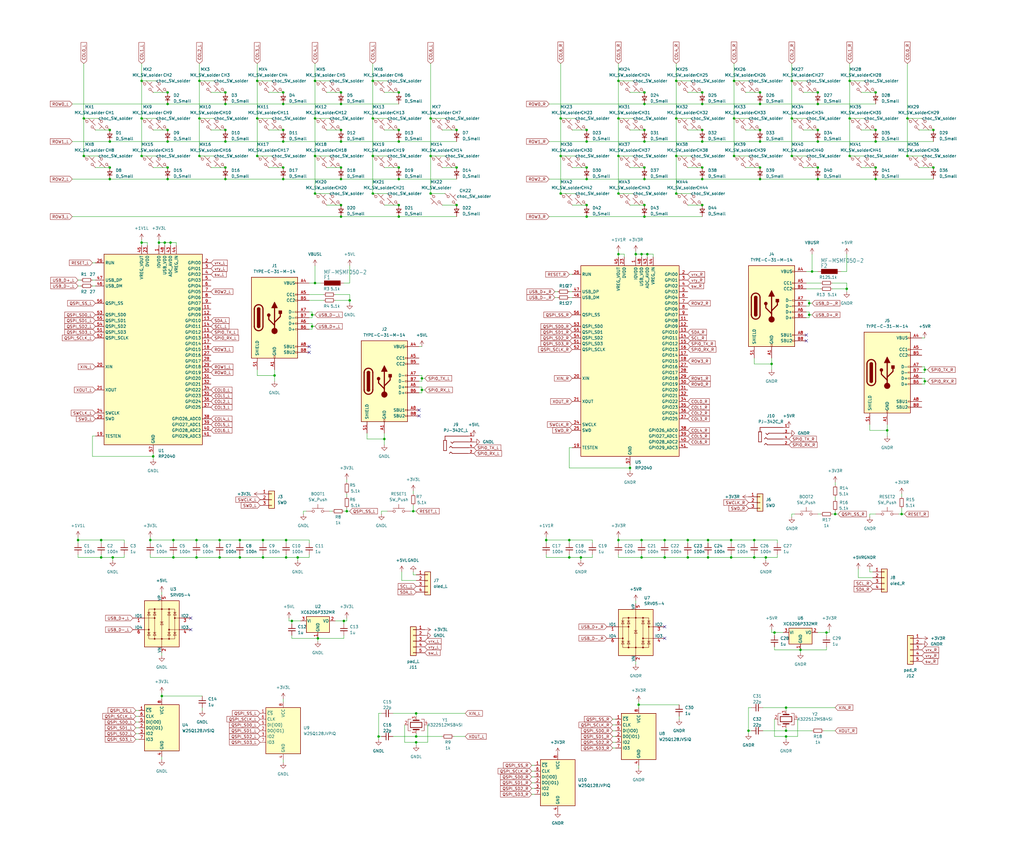
<source format=kicad_sch>
(kicad_sch (version 20231120) (generator "eeschema") (generator_version "8.0")
  (paper "User" 450.012 380.009)
  (lib_symbols
    (symbol "+1V1_1" (power) (pin_names (offset 0))
      (property "Value" "+1V1_1" (at 0 5.08 0))
      (symbol "+1V1_1_1_1"
        (pin power_in line (at 0 0 90) (length 0) hide (name "+1V1R") (number "1"))
      )
    )
    (symbol "+1V1_2" (power) (pin_names (offset 0))
      (property "Value" "+1V1_2" (at 0 5.08 0))
      (symbol "+1V1_2_1_1"
        (pin power_in line (at 0 0 90) (length 0) hide (name "+1V1L") (number "1"))
      )
    )
    (symbol "+3V3_1" (power) (pin_names (offset 0))
      (property "Value" "+3V3_1" (at 0 5.08 0))
      (symbol "+3V3_1_1_1"
        (pin power_in line (at 0 0 90) (length 0) hide (name "+3V3R") (number "1"))
      )
    )
    (symbol "+3V3_2" (power) (pin_names (offset 0))
      (property "Value" "+3V3_2" (at 0 5.08 0))
      (symbol "+3V3_2_1_1"
        (pin power_in line (at 0 0 90) (length 0) hide (name "+3V3L") (number "1"))
      )
    )
    (symbol "+5VA_1" (power) (pin_names (offset 0))
      (property "Value" "+5VA_1" (at 0 5.08 0))
      (symbol "+5VA_1_1_1"
        (pin power_in line (at 0 0 90) (length 0) hide (name "+5VR") (number "1"))
      )
    )
    (symbol "+5V_1" (power) (pin_names (offset 0))
      (property "Value" "+5V_1" (at 0 5.08 0))
      (symbol "+5V_1_1_1"
        (pin power_in line (at 0 0 90) (length 0) hide (name "+5VL") (number "1"))
      )
    )
    (symbol "Connector:USB_C_Receptacle_USB2.0" (pin_names (offset 1.016))
      (property "Reference" "J" (at -10.16 19.05 0))
      (property "Value" "USB_C_Receptacle_USB2.0" (at 19.05 19.05 0))
      (symbol "USB_C_Receptacle_USB2.0_1_1"
        (pin passive line (at 0 -22.86 90) (length 5.08) (name "GND") (number "A1"))
        (pin passive line (at 0 -22.86 90) (length 5.08) hide (name "GND") (number "A12"))
        (pin passive line (at 15.24 15.24 180) (length 5.08) (name "VBUS") (number "A4"))
        (pin bidirectional line (at 15.24 10.16 180) (length 5.08) (name "CC1") (number "A5"))
        (pin bidirectional line (at 15.24 -2.54 180) (length 5.08) (name "D+") (number "A6"))
        (pin bidirectional line (at 15.24 2.54 180) (length 5.08) (name "D-") (number "A7"))
        (pin bidirectional line (at 15.24 -12.7 180) (length 5.08) (name "SBU1") (number "A8"))
        (pin passive line (at 15.24 15.24 180) (length 5.08) hide (name "VBUS") (number "A9"))
        (pin passive line (at 0 -22.86 90) (length 5.08) hide (name "GND") (number "B1"))
        (pin passive line (at 0 -22.86 90) (length 5.08) hide (name "GND") (number "B12"))
        (pin passive line (at 15.24 15.24 180) (length 5.08) hide (name "VBUS") (number "B4"))
        (pin bidirectional line (at 15.24 7.62 180) (length 5.08) (name "CC2") (number "B5"))
        (pin bidirectional line (at 15.24 -5.08 180) (length 5.08) (name "D+") (number "B6"))
        (pin bidirectional line (at 15.24 0 180) (length 5.08) (name "D-") (number "B7"))
        (pin bidirectional line (at 15.24 -15.24 180) (length 5.08) (name "SBU2") (number "B8"))
        (pin passive line (at 15.24 15.24 180) (length 5.08) hide (name "VBUS") (number "B9"))
        (pin passive line (at -7.62 -22.86 90) (length 5.08) (name "SHIELD") (number "S1"))
      )
    )
    (symbol "Connector_Generic:Conn_01x03" (pin_names (offset 1.016) hide)
      (property "Reference" "J" (at 0 5.08 0))
      (property "Value" "Conn_01x03" (at 0 -5.08 0))
      (symbol "Conn_01x03_1_1"
        (pin passive line (at -5.08 2.54 0) (length 3.81) (name "Pin_1") (number "1"))
        (pin passive line (at -5.08 0 0) (length 3.81) (name "Pin_2") (number "2"))
        (pin passive line (at -5.08 -2.54 0) (length 3.81) (name "Pin_3") (number "3"))
      )
    )
    (symbol "Connector_Generic:Conn_01x04" (pin_names (offset 1.016) hide)
      (property "Reference" "J" (at 0 5.08 0))
      (property "Value" "Conn_01x04" (at 0 -7.62 0))
      (symbol "Conn_01x04_1_1"
        (pin passive line (at -5.08 2.54 0) (length 3.81) (name "Pin_1") (number "1"))
        (pin passive line (at -5.08 0 0) (length 3.81) (name "Pin_2") (number "2"))
        (pin passive line (at -5.08 -2.54 0) (length 3.81) (name "Pin_3") (number "3"))
        (pin passive line (at -5.08 -5.08 0) (length 3.81) (name "Pin_4") (number "4"))
      )
    )
    (symbol "Connector_Generic:Conn_01x05" (pin_names (offset 1.016) hide)
      (property "Reference" "J" (at 0 7.62 0))
      (property "Value" "Conn_01x05" (at 0 -7.62 0))
      (symbol "Conn_01x05_1_1"
        (pin passive line (at -5.08 5.08 0) (length 3.81) (name "Pin_1") (number "1"))
        (pin passive line (at -5.08 2.54 0) (length 3.81) (name "Pin_2") (number "2"))
        (pin passive line (at -5.08 0 0) (length 3.81) (name "Pin_3") (number "3"))
        (pin passive line (at -5.08 -2.54 0) (length 3.81) (name "Pin_4") (number "4"))
        (pin passive line (at -5.08 -5.08 0) (length 3.81) (name "Pin_5") (number "5"))
      )
    )
    (symbol "Device:C_Small" (pin_numbers hide) (pin_names (offset 0.254) hide)
      (property "Reference" "C" (at 0.254 1.778 0))
      (property "Value" "C_Small" (at 0.254 -2.032 0))
      (symbol "C_Small_1_1"
        (pin passive line (at 0 2.54 270) (length 2.032) (name "~") (number "1"))
        (pin passive line (at 0 -2.54 90) (length 2.032) (name "~") (number "2"))
      )
    )
    (symbol "Device:Crystal_GND24" (pin_names (offset 1.016) hide)
      (property "Reference" "Y" (at 3.175 5.08 0))
      (property "Value" "Crystal_GND24" (at 3.175 3.175 0))
      (symbol "Crystal_GND24_1_1"
        (pin passive line (at -3.81 0 0) (length 1.27) (name "1") (number "1"))
        (pin passive line (at 0 5.08 270) (length 1.27) (name "2") (number "2"))
        (pin passive line (at 3.81 0 180) (length 1.27) (name "3") (number "3"))
        (pin passive line (at 0 -5.08 90) (length 1.27) (name "4") (number "4"))
      )
    )
    (symbol "Device:D_Small" (pin_numbers hide) (pin_names (offset 0.254) hide)
      (property "Reference" "D" (at -1.27 2.032 0))
      (property "Value" "D_Small" (at -3.81 -2.032 0))
      (symbol "D_Small_1_1"
        (pin passive line (at -2.54 0 0) (length 1.778) (name "K") (number "1"))
        (pin passive line (at 2.54 0 180) (length 1.778) (name "A") (number "2"))
      )
    )
    (symbol "Device:R_Small" (pin_numbers hide) (pin_names (offset 0.254) hide)
      (property "Reference" "R" (at 0.762 0.508 0))
      (property "Value" "R_Small" (at 0.762 -1.016 0))
      (symbol "R_Small_1_1"
        (pin passive line (at 0 2.54 270) (length 0.762) (name "~") (number "1"))
        (pin passive line (at 0 -2.54 90) (length 0.762) (name "~") (number "2"))
      )
    )
    (symbol "GNDA_1" (power) (pin_names (offset 0))
      (property "Value" "GNDA_1" (at 0 -5.08 0))
      (symbol "GNDA_1_1_1"
        (pin power_in line (at 0 0 270) (length 0) hide (name "GNDR") (number "1"))
      )
    )
    (symbol "GND_1" (power) (pin_names (offset 0))
      (property "Value" "GND_1" (at 0 -5.08 0))
      (symbol "GND_1_1_1"
        (pin power_in line (at 0 0 270) (length 0) hide (name "GNDL") (number "1"))
      )
    )
    (symbol "Leonardo_Rev3e:L-EUL1812"
      (property "Reference" "L" (at -1.4986 -3.81 90))
      (property "Value" "L-EUL1812" (at 3.302 -3.81 90))
      (symbol "L-EUL1812_1_0"
        (pin passive line (at 0 5.08 270) (length 2.54) (name "1") (number "1"))
        (pin passive line (at 0 -5.08 90) (length 2.54) (name "2") (number "2"))
      )
    )
    (symbol "MCU_RaspberryPi:RP2040"
      (property "Reference" "U" (at 17.78 45.72 0))
      (property "Value" "RP2040" (at 17.78 43.18 0))
      (symbol "RP2040_1_1"
        (pin power_in line (at 2.54 45.72 270) (length 3.81) (name "IOVDD") (number "1"))
        (pin passive line (at 2.54 45.72 270) (length 3.81) hide (name "IOVDD") (number "10"))
        (pin bidirectional line (at 25.4 17.78 180) (length 3.81) (name "GPIO8") (number "11"))
        (pin bidirectional line (at 25.4 15.24 180) (length 3.81) (name "GPIO9") (number "12"))
        (pin bidirectional line (at 25.4 12.7 180) (length 3.81) (name "GPIO10") (number "13"))
        (pin bidirectional line (at 25.4 10.16 180) (length 3.81) (name "GPIO11") (number "14"))
        (pin bidirectional line (at 25.4 7.62 180) (length 3.81) (name "GPIO12") (number "15"))
        (pin bidirectional line (at 25.4 5.08 180) (length 3.81) (name "GPIO13") (number "16"))
        (pin bidirectional line (at 25.4 2.54 180) (length 3.81) (name "GPIO14") (number "17"))
        (pin bidirectional line (at 25.4 0 180) (length 3.81) (name "GPIO15") (number "18"))
        (pin input line (at -25.4 -38.1 0) (length 3.81) (name "TESTEN") (number "19"))
        (pin bidirectional line (at 25.4 38.1 180) (length 3.81) (name "GPIO0") (number "2"))
        (pin input line (at -25.4 -7.62 0) (length 3.81) (name "XIN") (number "20"))
        (pin passive line (at -25.4 -17.78 0) (length 3.81) (name "XOUT") (number "21"))
        (pin passive line (at 2.54 45.72 270) (length 3.81) hide (name "IOVDD") (number "22"))
        (pin power_in line (at -2.54 45.72 270) (length 3.81) (name "DVDD") (number "23"))
        (pin input line (at -25.4 -27.94 0) (length 3.81) (name "SWCLK") (number "24"))
        (pin bidirectional line (at -25.4 -30.48 0) (length 3.81) (name "SWD") (number "25"))
        (pin input line (at -25.4 38.1 0) (length 3.81) (name "RUN") (number "26"))
        (pin bidirectional line (at 25.4 -2.54 180) (length 3.81) (name "GPIO16") (number "27"))
        (pin bidirectional line (at 25.4 -5.08 180) (length 3.81) (name "GPIO17") (number "28"))
        (pin bidirectional line (at 25.4 -7.62 180) (length 3.81) (name "GPIO18") (number "29"))
        (pin bidirectional line (at 25.4 35.56 180) (length 3.81) (name "GPIO1") (number "3"))
        (pin bidirectional line (at 25.4 -10.16 180) (length 3.81) (name "GPIO19") (number "30"))
        (pin bidirectional line (at 25.4 -12.7 180) (length 3.81) (name "GPIO20") (number "31"))
        (pin bidirectional line (at 25.4 -15.24 180) (length 3.81) (name "GPIO21") (number "32"))
        (pin passive line (at 2.54 45.72 270) (length 3.81) hide (name "IOVDD") (number "33"))
        (pin bidirectional line (at 25.4 -17.78 180) (length 3.81) (name "GPIO22") (number "34"))
        (pin bidirectional line (at 25.4 -20.32 180) (length 3.81) (name "GPIO23") (number "35"))
        (pin bidirectional line (at 25.4 -22.86 180) (length 3.81) (name "GPIO24") (number "36"))
        (pin bidirectional line (at 25.4 -25.4 180) (length 3.81) (name "GPIO25") (number "37"))
        (pin bidirectional line (at 25.4 -30.48 180) (length 3.81) (name "GPIO26_ADC0") (number "38"))
        (pin bidirectional line (at 25.4 -33.02 180) (length 3.81) (name "GPIO27_ADC1") (number "39"))
        (pin bidirectional line (at 25.4 33.02 180) (length 3.81) (name "GPIO2") (number "4"))
        (pin bidirectional line (at 25.4 -35.56 180) (length 3.81) (name "GPIO28_ADC2") (number "40"))
        (pin bidirectional line (at 25.4 -38.1 180) (length 3.81) (name "GPIO29_ADC3") (number "41"))
        (pin passive line (at 2.54 45.72 270) (length 3.81) hide (name "IOVDD") (number "42"))
        (pin power_in line (at 7.62 45.72 270) (length 3.81) (name "ADC_AVDD") (number "43"))
        (pin power_in line (at 10.16 45.72 270) (length 3.81) (name "VREG_IN") (number "44"))
        (pin power_out line (at -5.08 45.72 270) (length 3.81) (name "VREG_VOUT") (number "45"))
        (pin bidirectional line (at -25.4 27.94 0) (length 3.81) (name "USB_DM") (number "46"))
        (pin bidirectional line (at -25.4 30.48 0) (length 3.81) (name "USB_DP") (number "47"))
        (pin power_in line (at 5.08 45.72 270) (length 3.81) (name "USB_VDD") (number "48"))
        (pin passive line (at 2.54 45.72 270) (length 3.81) hide (name "IOVDD") (number "49"))
        (pin bidirectional line (at 25.4 30.48 180) (length 3.81) (name "GPIO3") (number "5"))
        (pin passive line (at -2.54 45.72 270) (length 3.81) hide (name "DVDD") (number "50"))
        (pin bidirectional line (at -25.4 7.62 0) (length 3.81) (name "QSPI_SD3") (number "51"))
        (pin output line (at -25.4 5.08 0) (length 3.81) (name "QSPI_SCLK") (number "52"))
        (pin bidirectional line (at -25.4 15.24 0) (length 3.81) (name "QSPI_SD0") (number "53"))
        (pin bidirectional line (at -25.4 10.16 0) (length 3.81) (name "QSPI_SD2") (number "54"))
        (pin bidirectional line (at -25.4 12.7 0) (length 3.81) (name "QSPI_SD1") (number "55"))
        (pin bidirectional line (at -25.4 20.32 0) (length 3.81) (name "QSPI_SS") (number "56"))
        (pin power_in line (at 0 -45.72 90) (length 3.81) (name "GND") (number "57"))
        (pin bidirectional line (at 25.4 27.94 180) (length 3.81) (name "GPIO4") (number "6"))
        (pin bidirectional line (at 25.4 25.4 180) (length 3.81) (name "GPIO5") (number "7"))
        (pin bidirectional line (at 25.4 22.86 180) (length 3.81) (name "GPIO6") (number "8"))
        (pin bidirectional line (at 25.4 20.32 180) (length 3.81) (name "GPIO7") (number "9"))
      )
    )
    (symbol "Memory_Flash:W25Q128JVS"
      (property "Reference" "U" (at -8.89 8.89 0))
      (property "Value" "W25Q128JVS" (at 7.62 8.89 0))
      (symbol "W25Q128JVS_1_1"
        (pin input line (at -10.16 7.62 0) (length 2.54) (name "~{CS}") (number "1"))
        (pin bidirectional line (at -10.16 0 0) (length 2.54) (name "DO(IO1)") (number "2"))
        (pin bidirectional line (at -10.16 -2.54 0) (length 2.54) (name "IO2") (number "3"))
        (pin power_in line (at 0 -12.7 90) (length 2.54) (name "GND") (number "4"))
        (pin bidirectional line (at -10.16 2.54 0) (length 2.54) (name "DI(IO0)") (number "5"))
        (pin input line (at -10.16 5.08 0) (length 2.54) (name "CLK") (number "6"))
        (pin bidirectional line (at -10.16 -5.08 0) (length 2.54) (name "IO3") (number "7"))
        (pin power_in line (at 0 12.7 270) (length 2.54) (name "VCC") (number "8"))
      )
    )
    (symbol "PCM_marbastlib-choc:choc_SW_solder" (pin_numbers hide) (pin_names (offset 1.016) hide)
      (property "Reference" "CH" (at 3.048 1.016 0))
      (property "Value" "choc_SW_solder" (at 0 -3.81 0))
      (symbol "choc_SW_solder_0_1"
        (pin passive line (at -2.54 2.54 0) (length 0) (name "1") (number "1"))
        (pin passive line (at 2.54 -2.54 180) (length 0) (name "2") (number "2"))
      )
    )
    (symbol "PCM_marbastlib-mx:MX_SW_solder" (pin_numbers hide) (pin_names (offset 1.016) hide)
      (property "Reference" "MX" (at 3.048 1.016 0))
      (property "Value" "MX_SW_solder" (at 0 -3.81 0))
      (symbol "MX_SW_solder_0_1"
        (pin passive line (at -2.54 2.54 0) (length 0) (name "1") (number "1"))
        (pin passive line (at 2.54 -2.54 180) (length 0) (name "2") (number "2"))
      )
    )
    (symbol "PCM_marbastlib-various:SRV05-4" (pin_names (offset 0))
      (property "Reference" "U" (at -5.08 11.43 0))
      (property "Value" "SRV05-4" (at 2.54 11.43 0))
      (symbol "SRV05-4_1_1"
        (pin passive line (at -12.7 2.54 0) (length 5.08) (name "IO1") (number "1"))
        (pin passive line (at 0 -12.7 90) (length 2.54) (name "VN") (number "2"))
        (pin passive line (at 12.7 2.54 180) (length 5.08) (name "IO2") (number "3"))
        (pin passive line (at 12.7 -2.54 180) (length 5.08) (name "IO3") (number "4"))
        (pin passive line (at 0 12.7 270) (length 2.54) (name "VP") (number "5"))
        (pin passive line (at -12.7 -2.54 0) (length 5.08) (name "IO4") (number "6"))
      )
    )
    (symbol "PJ-342C_1" (pin_names (offset 1.016))
      (property "Reference" "J9" (at -0.3175 5.08 0))
      (property "Value" "PJ-342C_L" (at -0.3175 2.54 0))
      (symbol "PJ-342C_1_1_0"
        (pin passive line (at 7.62 0 180) (length 2.54) (name "~") (number "1"))
        (pin passive line (at 7.62 -7.62 180) (length 2.54) (name "~") (number "2"))
        (pin passive line (at 7.62 -2.54 180) (length 2.54) (name "~") (number "3"))
        (pin passive line (at 7.62 -5.08 180) (length 2.54) (name "~") (number "4"))
      )
    )
    (symbol "Regulator_Linear:XC6206PxxxMR" (pin_names (offset 0.254))
      (property "Reference" "U" (at -3.81 3.175 0))
      (property "Value" "XC6206PxxxMR" (at 0 3.175 0))
      (symbol "XC6206PxxxMR_1_1"
        (pin power_in line (at 0 -7.62 90) (length 2.54) (name "GND") (number "1"))
        (pin power_out line (at 7.62 0 180) (length 2.54) (name "VO") (number "2"))
        (pin power_in line (at -7.62 0 0) (length 2.54) (name "VI") (number "3"))
      )
    )
    (symbol "Switch:SW_Push" (pin_numbers hide) (pin_names (offset 1.016) hide)
      (property "Reference" "SW" (at 1.27 2.54 0))
      (property "Value" "SW_Push" (at 0 -1.524 0))
      (symbol "SW_Push_0_1"
        (pin passive line (at -5.08 0 0) (length 2.54) (name "1") (number "1"))
        (pin passive line (at 5.08 0 180) (length 2.54) (name "2") (number "2"))
      )
    )
    (symbol "VBUS_1" (power) (pin_names (offset 0))
      (property "Value" "VBUSR" (at 0 5.08 0))
      (symbol "VBUS_1_1_1"
        (pin power_in line (at 0 0 90) (length 0) hide (name "VBUSR") (number "1"))
      )
    )
    (symbol "power:VBUS" (power) (pin_names (offset 0))
      (property "Value" "VBUSL" (at 0 5.08 0))
      (symbol "VBUS_1_1"
        (pin power_in line (at 0 0 90) (length 0) hide (name "VBUSL") (number "1"))
      )
    )
  )
  (junction (at 255.27 245.11))
  (junction (at 36.83 68.58))
  (junction (at 322.58 35.56))
  (junction (at 69.85 106.68))
  (junction (at 138.43 35.56))
  (junction (at 73.66 57.15))
  (junction (at 281.94 111.76))
  (junction (at 283.21 73.66))
  (junction (at 246.38 68.58))
  (junction (at 44.45 237.49))
  (junction (at 308.61 40.64))
  (junction (at 331.47 245.11))
  (junction (at 271.78 111.76))
  (junction (at 396.24 226.06))
  (junction (at 311.15 237.49))
  (junction (at 355.6 133.35))
  (junction (at 152.4 224.79))
  (junction (at 302.26 245.11))
  (junction (at 345.44 311.15))
  (junction (at 189.23 52.07))
  (junction (at 372.11 127))
  (junction (at 115.57 245.11))
  (junction (at 297.18 52.07))
  (junction (at 280.67 309.88))
  (junction (at 87.63 35.56))
  (junction (at 62.23 52.07))
  (junction (at 331.47 237.49))
  (junction (at 373.38 68.58))
  (junction (at 271.78 52.07))
  (junction (at 113.03 35.56))
  (junction (at 384.81 40.64))
  (junction (at 175.26 57.15))
  (junction (at 66.04 237.49))
  (junction (at 138.43 124.46))
  (junction (at 73.66 78.74))
  (junction (at 384.81 78.74))
  (junction (at 138.43 85.09))
  (junction (at 73.66 62.23))
  (junction (at 279.4 111.76))
  (junction (at 73.66 45.72))
  (junction (at 96.52 245.11))
  (junction (at 246.38 85.09))
  (junction (at 175.26 95.25))
  (junction (at 308.61 62.23))
  (junction (at 406.4 167.64))
  (junction (at 283.21 40.64))
  (junction (at 410.21 73.66))
  (junction (at 105.41 245.11))
  (junction (at 334.01 62.23))
  (junction (at 49.53 245.11))
  (junction (at 175.26 62.23))
  (junction (at 398.78 52.07))
  (junction (at 347.98 52.07))
  (junction (at 406.4 162.56))
  (junction (at 138.43 52.07))
  (junction (at 99.06 73.66))
  (junction (at 308.61 45.72))
  (junction (at 87.63 52.07))
  (junction (at 345.44 321.31))
  (junction (at 336.55 245.11))
  (junction (at 271.78 68.58))
  (junction (at 130.81 245.11))
  (junction (at 322.58 68.58))
  (junction (at 189.23 85.09))
  (junction (at 115.57 237.49))
  (junction (at 257.81 78.74))
  (junction (at 76.2 237.49))
  (junction (at 74.93 106.68))
  (junction (at 113.03 68.58))
  (junction (at 62.23 35.56))
  (junction (at 339.09 160.02))
  (junction (at 297.18 35.56))
  (junction (at 120.65 165.1))
  (junction (at 149.86 40.64))
  (junction (at 283.21 45.72))
  (junction (at 87.63 68.58))
  (junction (at 373.38 35.56))
  (junction (at 321.31 245.11))
  (junction (at 359.41 40.64))
  (junction (at 355.6 138.43))
  (junction (at 283.21 95.25))
  (junction (at 250.19 237.49))
  (junction (at 62.23 106.68))
  (junction (at 113.03 52.07))
  (junction (at 168.91 193.04))
  (junction (at 149.86 45.72))
  (junction (at 257.81 57.15))
  (junction (at 175.26 90.17))
  (junction (at 398.78 68.58))
  (junction (at 334.01 40.64))
  (junction (at 297.18 85.09))
  (junction (at 328.93 321.31))
  (junction (at 345.44 323.85))
  (junction (at 308.61 78.74))
  (junction (at 334.01 73.66))
  (junction (at 99.06 45.72))
  (junction (at 137.16 143.51))
  (junction (at 308.61 73.66))
  (junction (at 311.15 245.11))
  (junction (at 384.81 62.23))
  (junction (at 124.46 57.15))
  (junction (at 185.42 166.37))
  (junction (at 149.86 62.23))
  (junction (at 149.86 95.25))
  (junction (at 149.86 90.17))
  (junction (at 384.81 57.15))
  (junction (at 163.83 35.56))
  (junction (at 182.88 323.85))
  (junction (at 125.73 237.49))
  (junction (at 359.41 78.74))
  (junction (at 128.27 273.05))
  (junction (at 321.31 237.49))
  (junction (at 367.03 226.06))
  (junction (at 36.83 52.07))
  (junction (at 48.26 57.15))
  (junction (at 284.48 111.76))
  (junction (at 281.94 245.11))
  (junction (at 283.21 57.15))
  (junction (at 72.39 106.68))
  (junction (at 340.36 278.13))
  (junction (at 276.86 205.74))
  (junction (at 322.58 52.07))
  (junction (at 359.41 45.72))
  (junction (at 181.61 224.79))
  (junction (at 271.78 35.56))
  (junction (at 257.81 90.17))
  (junction (at 292.1 237.49))
  (junction (at 149.86 57.15))
  (junction (at 347.98 68.58))
  (junction (at 166.37 323.85))
  (junction (at 86.36 245.11))
  (junction (at 283.21 62.23))
  (junction (at 149.86 78.74))
  (junction (at 71.12 306.07))
  (junction (at 257.81 73.66))
  (junction (at 105.41 237.49))
  (junction (at 34.29 237.49))
  (junction (at 149.86 73.66))
  (junction (at 124.46 40.64))
  (junction (at 257.81 62.23))
  (junction (at 363.22 278.13))
  (junction (at 334.01 57.15))
  (junction (at 308.61 90.17))
  (junction (at 124.46 78.74))
  (junction (at 163.83 68.58))
  (junction (at 308.61 57.15))
  (junction (at 302.26 237.49))
  (junction (at 250.19 245.11))
  (junction (at 200.66 57.15))
  (junction (at 67.31 200.66))
  (junction (at 96.52 237.49))
  (junction (at 351.79 285.75))
  (junction (at 182.88 326.39))
  (junction (at 73.66 40.64))
  (junction (at 175.26 73.66))
  (junction (at 139.7 280.67))
  (junction (at 189.23 68.58))
  (junction (at 153.67 132.08))
  (junction (at 48.26 73.66))
  (junction (at 138.43 68.58))
  (junction (at 124.46 45.72))
  (junction (at 389.89 189.23))
  (junction (at 359.41 57.15))
  (junction (at 62.23 68.58))
  (junction (at 48.26 78.74))
  (junction (at 271.78 237.49))
  (junction (at 359.41 73.66))
  (junction (at 373.38 52.07))
  (junction (at 297.18 68.58))
  (junction (at 137.16 138.43))
  (junction (at 99.06 57.15))
  (junction (at 384.81 73.66))
  (junction (at 124.46 73.66))
  (junction (at 240.03 237.49))
  (junction (at 175.26 78.74))
  (junction (at 292.1 245.11))
  (junction (at 200.66 73.66))
  (junction (at 99.06 40.64))
  (junction (at 99.06 78.74))
  (junction (at 44.45 245.11))
  (junction (at 125.73 245.11))
  (junction (at 359.41 62.23))
  (junction (at 246.38 52.07))
  (junction (at 86.36 237.49))
  (junction (at 182.88 313.69))
  (junction (at 200.66 90.17))
  (junction (at 271.78 85.09))
  (junction (at 185.42 171.45))
  (junction (at 124.46 62.23))
  (junction (at 283.21 78.74))
  (junction (at 76.2 245.11))
  (junction (at 347.98 35.56))
  (junction (at 283.21 90.17))
  (junction (at 334.01 78.74))
  (junction (at 48.26 62.23))
  (junction (at 163.83 52.07))
  (junction (at 73.66 73.66))
  (junction (at 356.87 119.38))
  (junction (at 334.01 45.72))
  (junction (at 175.26 40.64))
  (junction (at 281.94 237.49))
  (junction (at 410.21 57.15))
  (junction (at 163.83 85.09))
  (junction (at 99.06 62.23))
  (junction (at 257.81 95.25))
  (junction (at 151.13 273.05))
  (no_connect (at 83.82 271.78))
  (no_connect (at 292.1 280.67))
  (no_connect (at 354.33 149.86))
  (no_connect (at 83.82 276.86))
  (no_connect (at 354.33 147.32))
  (no_connect (at 135.89 152.4))
  (no_connect (at 135.89 154.94))
  (no_connect (at 292.1 275.59))
  (no_connect (at 184.15 182.88))
  (no_connect (at 184.15 180.34))
  (wire (pts (xy 41.91 57.15) (xy 48.26 57.15)))
  (wire (pts (xy 40.64 125.73) (xy 41.91 125.73)))
  (wire (pts (xy 175.26 95.25) (xy 200.66 95.25)))
  (wire (pts (xy 405.13 148.59) (xy 406.4 148.59)))
  (wire (pts (xy 246.38 68.58) (xy 252.73 68.58)))
  (wire (pts (xy 382.27 189.23) (xy 389.89 189.23)))
  (wire (pts (xy 355.6 134.62) (xy 355.6 133.35)))
  (wire (pts (xy 182.88 322.58) (xy 182.88 323.85)))
  (wire (pts (xy 276.86 57.15) (xy 283.21 57.15)))
  (wire (pts (xy 189.23 52.07) (xy 195.58 52.07)))
  (wire (pts (xy 138.43 27.94) (xy 138.43 35.56)))
  (wire (pts (xy 130.81 245.11) (xy 135.89 245.11)))
  (wire (pts (xy 250.19 128.27) (xy 251.46 128.27)))
  (wire (pts (xy 349.25 226.06) (xy 347.98 226.06)))
  (wire (pts (xy 59.69 325.12) (xy 60.96 325.12)))
  (wire (pts (xy 353.06 73.66) (xy 359.41 73.66)))
  (wire (pts (xy 281.94 245.11) (xy 292.1 245.11)))
  (wire (pts (xy 243.84 128.27) (xy 245.11 128.27)))
  (wire (pts (xy 66.04 243.84) (xy 66.04 245.11)))
  (wire (pts (xy 153.67 124.46) (xy 153.67 116.84)))
  (wire (pts (xy 334.01 45.72) (xy 359.41 45.72)))
  (wire (pts (xy 279.4 110.49) (xy 279.4 111.76)))
  (wire (pts (xy 328.93 311.15) (xy 328.93 321.31)))
  (wire (pts (xy 76.2 245.11) (xy 86.36 245.11)))
  (wire (pts (xy 34.29 125.73) (xy 35.56 125.73)))
  (wire (pts (xy 59.69 314.96) (xy 60.96 314.96)))
  (wire (pts (xy 189.23 68.58) (xy 189.23 85.09)))
  (wire (pts (xy 71.12 306.07) (xy 71.12 307.34)))
  (wire (pts (xy 36.83 27.94) (xy 36.83 52.07)))
  (wire (pts (xy 328.93 321.31) (xy 330.2 321.31)))
  (wire (pts (xy 62.23 27.94) (xy 62.23 35.56)))
  (wire (pts (xy 354.33 132.08) (xy 355.6 132.08)))
  (wire (pts (xy 334.01 62.23) (xy 359.41 62.23)))
  (wire (pts (xy 138.43 85.09) (xy 144.78 85.09)))
  (wire (pts (xy 233.68 346.71) (xy 234.95 346.71)))
  (wire (pts (xy 322.58 52.07) (xy 322.58 68.58)))
  (wire (pts (xy 311.15 237.49) (xy 321.31 237.49)))
  (wire (pts (xy 62.23 35.56) (xy 62.23 52.07)))
  (wire (pts (xy 113.03 162.56) (xy 113.03 165.1)))
  (wire (pts (xy 71.12 332.74) (xy 71.12 334.01)))
  (wire (pts (xy 350.52 323.85) (xy 345.44 323.85)))
  (wire (pts (xy 302.26 237.49) (xy 311.15 237.49)))
  (wire (pts (xy 74.93 107.95) (xy 74.93 106.68)))
  (wire (pts (xy 166.37 323.85) (xy 167.64 323.85)))
  (wire (pts (xy 76.2 237.49) (xy 86.36 237.49)))
  (wire (pts (xy 359.41 45.72) (xy 384.81 45.72)))
  (wire (pts (xy 233.68 336.55) (xy 234.95 336.55)))
  (wire (pts (xy 336.55 246.38) (xy 336.55 245.11)))
  (wire (pts (xy 181.61 252.73) (xy 182.88 252.73)))
  (wire (pts (xy 167.64 224.79) (xy 167.64 226.06)))
  (wire (pts (xy 96.52 245.11) (xy 105.41 245.11)))
  (wire (pts (xy 398.78 68.58) (xy 405.13 68.58)))
  (wire (pts (xy 128.27 279.4) (xy 128.27 280.67)))
  (wire (pts (xy 115.57 245.11) (xy 125.73 245.11)))
  (wire (pts (xy 369.57 119.38) (xy 372.11 119.38)))
  (wire (pts (xy 276.86 205.74) (xy 276.86 204.47)))
  (wire (pts (xy 86.36 237.49) (xy 96.52 237.49)))
  (wire (pts (xy 48.26 62.23) (xy 73.66 62.23)))
  (wire (pts (xy 269.24 328.93) (xy 270.51 328.93)))
  (wire (pts (xy 241.3 45.72) (xy 283.21 45.72)))
  (wire (pts (xy 356.87 111.76) (xy 356.87 119.38)))
  (wire (pts (xy 255.27 245.11) (xy 260.35 245.11)))
  (wire (pts (xy 271.78 52.07) (xy 271.78 68.58)))
  (wire (pts (xy 339.09 157.48) (xy 339.09 160.02)))
  (wire (pts (xy 271.78 35.56) (xy 271.78 52.07)))
  (wire (pts (xy 175.26 62.23) (xy 200.66 62.23)))
  (wire (pts (xy 181.61 251.46) (xy 181.61 252.73)))
  (wire (pts (xy 181.61 215.9) (xy 181.61 217.17)))
  (wire (pts (xy 367.03 219.71) (xy 367.03 218.44)))
  (wire (pts (xy 41.91 73.66) (xy 48.26 73.66)))
  (wire (pts (xy 137.16 144.78) (xy 137.16 143.51)))
  (wire (pts (xy 302.26 73.66) (xy 308.61 73.66)))
  (wire (pts (xy 99.06 45.72) (xy 124.46 45.72)))
  (wire (pts (xy 298.45 314.96) (xy 298.45 316.23)))
  (wire (pts (xy 250.19 205.74) (xy 276.86 205.74)))
  (wire (pts (xy 149.86 78.74) (xy 175.26 78.74)))
  (wire (pts (xy 302.26 245.11) (xy 311.15 245.11)))
  (wire (pts (xy 271.78 237.49) (xy 281.94 237.49)))
  (wire (pts (xy 322.58 27.94) (xy 322.58 35.56)))
  (wire (pts (xy 124.46 45.72) (xy 149.86 45.72)))
  (wire (pts (xy 128.27 273.05) (xy 128.27 274.32)))
  (wire (pts (xy 163.83 35.56) (xy 170.18 35.56)))
  (wire (pts (xy 287.02 113.03) (xy 287.02 111.76)))
  (wire (pts (xy 297.18 35.56) (xy 303.53 35.56)))
  (wire (pts (xy 292.1 243.84) (xy 292.1 245.11)))
  (wire (pts (xy 321.31 238.76) (xy 321.31 237.49)))
  (wire (pts (xy 168.91 190.5) (xy 168.91 193.04)))
  (wire (pts (xy 135.89 144.78) (xy 137.16 144.78)))
  (wire (pts (xy 246.38 68.58) (xy 246.38 85.09)))
  (wire (pts (xy 138.43 124.46) (xy 140.97 124.46)))
  (wire (pts (xy 86.36 243.84) (xy 86.36 245.11)))
  (wire (pts (xy 321.31 245.11) (xy 331.47 245.11)))
  (wire (pts (xy 194.31 57.15) (xy 200.66 57.15)))
  (wire (pts (xy 406.4 162.56) (xy 407.67 162.56)))
  (wire (pts (xy 243.84 130.81) (xy 245.11 130.81)))
  (wire (pts (xy 153.67 129.54) (xy 153.67 132.08)))
  (wire (pts (xy 168.91 90.17) (xy 175.26 90.17)))
  (wire (pts (xy 113.03 52.07) (xy 113.03 68.58)))
  (wire (pts (xy 347.98 52.07) (xy 354.33 52.07)))
  (wire (pts (xy 88.9 311.15) (xy 88.9 312.42)))
  (wire (pts (xy 128.27 273.05) (xy 132.08 273.05)))
  (wire (pts (xy 73.66 62.23) (xy 99.06 62.23)))
  (wire (pts (xy 302.26 238.76) (xy 302.26 237.49)))
  (wire (pts (xy 322.58 35.56) (xy 322.58 52.07)))
  (wire (pts (xy 163.83 52.07) (xy 163.83 68.58)))
  (wire (pts (xy 96.52 237.49) (xy 105.41 237.49)))
  (wire (pts (xy 147.32 132.08) (xy 153.67 132.08)))
  (wire (pts (xy 87.63 35.56) (xy 93.98 35.56)))
  (wire (pts (xy 280.67 309.88) (xy 280.67 311.15)))
  (wire (pts (xy 137.16 142.24) (xy 135.89 142.24)))
  (wire (pts (xy 276.86 40.64) (xy 283.21 40.64)))
  (wire (pts (xy 302.26 57.15) (xy 308.61 57.15)))
  (wire (pts (xy 327.66 73.66) (xy 334.01 73.66)))
  (wire (pts (xy 330.2 311.15) (xy 328.93 311.15)))
  (wire (pts (xy 92.71 73.66) (xy 99.06 73.66)))
  (wire (pts (xy 66.04 236.22) (xy 66.04 237.49)))
  (wire (pts (xy 297.18 85.09) (xy 303.53 85.09)))
  (wire (pts (xy 396.24 226.06) (xy 394.97 226.06)))
  (wire (pts (xy 271.78 27.94) (xy 271.78 35.56)))
  (wire (pts (xy 384.81 226.06) (xy 382.27 226.06)))
  (wire (pts (xy 354.33 134.62) (xy 355.6 134.62)))
  (wire (pts (xy 168.91 73.66) (xy 175.26 73.66)))
  (wire (pts (xy 271.78 35.56) (xy 278.13 35.56)))
  (wire (pts (xy 105.41 243.84) (xy 105.41 245.11)))
  (wire (pts (xy 99.06 62.23) (xy 124.46 62.23)))
  (wire (pts (xy 271.78 113.03) (xy 271.78 111.76)))
  (wire (pts (xy 398.78 52.07) (xy 398.78 68.58)))
  (wire (pts (xy 271.78 243.84) (xy 271.78 245.11)))
  (wire (pts (xy 125.73 237.49) (xy 135.89 237.49)))
  (wire (pts (xy 59.69 322.58) (xy 60.96 322.58)))
  (wire (pts (xy 62.23 105.41) (xy 62.23 106.68)))
  (wire (pts (xy 257.81 62.23) (xy 283.21 62.23)))
  (wire (pts (xy 260.35 238.76) (xy 260.35 237.49)))
  (wire (pts (xy 398.78 52.07) (xy 405.13 52.07)))
  (wire (pts (xy 64.77 106.68) (xy 64.77 107.95)))
  (wire (pts (xy 182.88 224.79) (xy 181.61 224.79)))
  (wire (pts (xy 297.18 68.58) (xy 297.18 85.09)))
  (wire (pts (xy 340.36 284.48) (xy 340.36 285.75)))
  (wire (pts (xy 139.7 281.94) (xy 139.7 280.67)))
  (wire (pts (xy 172.72 323.85) (xy 182.88 323.85)))
  (wire (pts (xy 143.51 57.15) (xy 149.86 57.15)))
  (wire (pts (xy 396.24 217.17) (xy 396.24 218.44)))
  (wire (pts (xy 363.22 278.13) (xy 364.49 278.13)))
  (wire (pts (xy 54.61 238.76) (xy 54.61 237.49)))
  (wire (pts (xy 373.38 35.56) (xy 373.38 52.07)))
  (wire (pts (xy 271.78 245.11) (xy 281.94 245.11)))
  (wire (pts (xy 138.43 35.56) (xy 138.43 52.07)))
  (wire (pts (xy 86.36 245.11) (xy 96.52 245.11)))
  (wire (pts (xy 182.88 313.69) (xy 204.47 313.69)))
  (wire (pts (xy 182.88 314.96) (xy 182.88 313.69)))
  (wire (pts (xy 382.27 251.46) (xy 383.54 251.46)))
  (wire (pts (xy 240.03 236.22) (xy 240.03 237.49)))
  (wire (pts (xy 345.44 321.31) (xy 356.87 321.31)))
  (wire (pts (xy 163.83 68.58) (xy 163.83 85.09)))
  (wire (pts (xy 152.4 273.05) (xy 152.4 271.78)))
  (wire (pts (xy 340.36 278.13) (xy 344.17 278.13)))
  (wire (pts (xy 271.78 236.22) (xy 271.78 237.49)))
  (wire (pts (xy 280.67 309.88) (xy 298.45 309.88)))
  (wire (pts (xy 356.87 119.38) (xy 359.41 119.38)))
  (wire (pts (xy 151.13 224.79) (xy 152.4 224.79)))
  (wire (pts (xy 331.47 160.02) (xy 339.09 160.02)))
  (wire (pts (xy 359.41 226.06) (xy 360.68 226.06)))
  (wire (pts (xy 308.61 78.74) (xy 334.01 78.74)))
  (wire (pts (xy 125.73 245.11) (xy 130.81 245.11)))
  (wire (pts (xy 170.18 224.79) (xy 167.64 224.79)))
  (wire (pts (xy 281.94 237.49) (xy 281.94 238.76)))
  (wire (pts (xy 161.29 190.5) (xy 161.29 193.04)))
  (wire (pts (xy 143.51 73.66) (xy 149.86 73.66)))
  (wire (pts (xy 62.23 107.95) (xy 62.23 106.68)))
  (wire (pts (xy 350.52 316.23) (xy 350.52 323.85)))
  (wire (pts (xy 331.47 237.49) (xy 341.63 237.49)))
  (wire (pts (xy 168.91 40.64) (xy 175.26 40.64)))
  (wire (pts (xy 292.1 237.49) (xy 302.26 237.49)))
  (wire (pts (xy 279.4 111.76) (xy 281.94 111.76)))
  (wire (pts (xy 398.78 27.94) (xy 398.78 52.07)))
  (wire (pts (xy 281.94 237.49) (xy 292.1 237.49)))
  (wire (pts (xy 105.41 245.11) (xy 115.57 245.11)))
  (wire (pts (xy 269.24 321.31) (xy 270.51 321.31)))
  (wire (pts (xy 271.78 110.49) (xy 271.78 111.76)))
  (wire (pts (xy 113.03 165.1) (xy 120.65 165.1)))
  (wire (pts (xy 127 273.05) (xy 128.27 273.05)))
  (wire (pts (xy 355.6 139.7) (xy 355.6 138.43)))
  (wire (pts (xy 87.63 52.07) (xy 93.98 52.07)))
  (wire (pts (xy 147.32 129.54) (xy 153.67 129.54)))
  (wire (pts (xy 328.93 322.58) (xy 328.93 321.31)))
  (wire (pts (xy 168.91 57.15) (xy 175.26 57.15)))
  (wire (pts (xy 241.3 95.25) (xy 257.81 95.25)))
  (wire (pts (xy 69.85 107.95) (xy 69.85 106.68)))
  (wire (pts (xy 92.71 57.15) (xy 99.06 57.15)))
  (wire (pts (xy 347.98 27.94) (xy 347.98 35.56)))
  (wire (pts (xy 372.11 124.46) (xy 372.11 127)))
  (wire (pts (xy 339.09 278.13) (xy 340.36 278.13)))
  (wire (pts (xy 40.64 123.19) (xy 41.91 123.19)))
  (wire (pts (xy 48.26 78.74) (xy 73.66 78.74)))
  (wire (pts (xy 73.66 45.72) (xy 99.06 45.72)))
  (wire (pts (xy 87.63 35.56) (xy 87.63 52.07)))
  (wire (pts (xy 365.76 124.46) (xy 372.11 124.46)))
  (wire (pts (xy 113.03 35.56) (xy 119.38 35.56)))
  (wire (pts (xy 185.42 171.45) (xy 186.69 171.45)))
  (wire (pts (xy 240.03 237.49) (xy 250.19 237.49)))
  (wire (pts (xy 322.58 68.58) (xy 328.93 68.58)))
  (wire (pts (xy 194.31 90.17) (xy 200.66 90.17)))
  (wire (pts (xy 151.13 279.4) (xy 151.13 280.67)))
  (wire (pts (xy 105.41 238.76) (xy 105.41 237.49)))
  (wire (pts (xy 163.83 35.56) (xy 163.83 52.07)))
  (wire (pts (xy 406.4 167.64) (xy 406.4 168.91)))
  (wire (pts (xy 276.86 73.66) (xy 283.21 73.66)))
  (wire (pts (xy 241.3 78.74) (xy 257.81 78.74)))
  (wire (pts (xy 336.55 245.11) (xy 341.63 245.11)))
  (wire (pts (xy 59.69 320.04) (xy 60.96 320.04)))
  (wire (pts (xy 128.27 280.67) (xy 139.7 280.67)))
  (wire (pts (xy 276.86 90.17) (xy 283.21 90.17)))
  (wire (pts (xy 147.32 273.05) (xy 151.13 273.05)))
  (wire (pts (xy 280.67 336.55) (xy 280.67 337.82)))
  (wire (pts (xy 74.93 106.68) (xy 72.39 106.68)))
  (wire (pts (xy 76.2 237.49) (xy 76.2 238.76)))
  (wire (pts (xy 347.98 35.56) (xy 354.33 35.56)))
  (wire (pts (xy 34.29 245.11) (xy 44.45 245.11)))
  (wire (pts (xy 250.19 196.85) (xy 250.19 205.74)))
  (wire (pts (xy 271.78 85.09) (xy 278.13 85.09)))
  (wire (pts (xy 302.26 90.17) (xy 308.61 90.17)))
  (wire (pts (xy 161.29 193.04) (xy 168.91 193.04)))
  (wire (pts (xy 255.27 246.38) (xy 255.27 245.11)))
  (wire (pts (xy 67.31 40.64) (xy 73.66 40.64)))
  (wire (pts (xy 257.81 95.25) (xy 283.21 95.25)))
  (wire (pts (xy 269.24 316.23) (xy 270.51 316.23)))
  (wire (pts (xy 340.36 285.75) (xy 351.79 285.75)))
  (wire (pts (xy 382.27 226.06) (xy 382.27 227.33)))
  (wire (pts (xy 31.75 78.74) (xy 48.26 78.74)))
  (wire (pts (xy 152.4 223.52) (xy 152.4 224.79)))
  (wire (pts (xy 406.4 167.64) (xy 407.67 167.64)))
  (wire (pts (xy 139.7 280.67) (xy 151.13 280.67)))
  (wire (pts (xy 31.75 95.25) (xy 149.86 95.25)))
  (wire (pts (xy 185.42 152.4) (xy 184.15 152.4)))
  (wire (pts (xy 331.47 243.84) (xy 331.47 245.11)))
  (wire (pts (xy 59.69 317.5) (xy 60.96 317.5)))
  (wire (pts (xy 125.73 238.76) (xy 125.73 237.49)))
  (wire (pts (xy 71.12 304.8) (xy 71.12 306.07)))
  (wire (pts (xy 363.22 278.13) (xy 363.22 279.4)))
  (wire (pts (xy 345.44 312.42) (xy 345.44 311.15)))
  (wire (pts (xy 250.19 130.81) (xy 251.46 130.81)))
  (wire (pts (xy 40.64 200.66) (xy 67.31 200.66)))
  (wire (pts (xy 189.23 85.09) (xy 195.58 85.09)))
  (wire (pts (xy 166.37 313.69) (xy 166.37 323.85)))
  (wire (pts (xy 355.6 133.35) (xy 355.6 132.08)))
  (wire (pts (xy 105.41 237.49) (xy 115.57 237.49)))
  (wire (pts (xy 31.75 45.72) (xy 73.66 45.72)))
  (wire (pts (xy 71.12 260.35) (xy 71.12 261.62)))
  (wire (pts (xy 120.65 165.1) (xy 120.65 167.64)))
  (wire (pts (xy 152.4 210.82) (xy 152.4 212.09)))
  (wire (pts (xy 373.38 52.07) (xy 373.38 68.58)))
  (wire (pts (xy 345.44 325.12) (xy 345.44 323.85)))
  (wire (pts (xy 62.23 106.68) (xy 64.77 106.68)))
  (wire (pts (xy 54.61 243.84) (xy 54.61 245.11)))
  (wire (pts (xy 67.31 200.66) (xy 67.31 199.39)))
  (wire (pts (xy 373.38 68.58) (xy 379.73 68.58)))
  (wire (pts (xy 181.61 224.79) (xy 180.34 224.79)))
  (wire (pts (xy 59.69 312.42) (xy 60.96 312.42)))
  (wire (pts (xy 138.43 68.58) (xy 138.43 85.09)))
  (wire (pts (xy 384.81 78.74) (xy 410.21 78.74)))
  (wire (pts (xy 378.46 57.15) (xy 384.81 57.15)))
  (wire (pts (xy 67.31 73.66) (xy 73.66 73.66)))
  (wire (pts (xy 331.47 157.48) (xy 331.47 160.02)))
  (wire (pts (xy 284.48 113.03) (xy 284.48 111.76)))
  (wire (pts (xy 182.88 323.85) (xy 194.31 323.85)))
  (wire (pts (xy 149.86 62.23) (xy 175.26 62.23)))
  (wire (pts (xy 382.27 186.69) (xy 382.27 189.23)))
  (wire (pts (xy 355.6 137.16) (xy 354.33 137.16)))
  (wire (pts (xy 67.31 57.15) (xy 73.66 57.15)))
  (wire (pts (xy 372.11 128.27) (xy 372.11 127)))
  (wire (pts (xy 403.86 57.15) (xy 410.21 57.15)))
  (wire (pts (xy 327.66 40.64) (xy 334.01 40.64)))
  (wire (pts (xy 327.66 57.15) (xy 334.01 57.15)))
  (wire (pts (xy 40.64 115.57) (xy 41.91 115.57)))
  (wire (pts (xy 71.12 306.07) (xy 88.9 306.07)))
  (wire (pts (xy 276.86 207.01) (xy 276.86 205.74)))
  (wire (pts (xy 281.94 243.84) (xy 281.94 245.11)))
  (wire (pts (xy 284.48 111.76) (xy 287.02 111.76)))
  (wire (pts (xy 339.09 278.13) (xy 339.09 276.86)))
  (wire (pts (xy 246.38 85.09) (xy 252.73 85.09)))
  (wire (pts (xy 172.72 313.69) (xy 182.88 313.69)))
  (wire (pts (xy 405.13 166.37) (xy 406.4 166.37)))
  (wire (pts (xy 36.83 52.07) (xy 43.18 52.07)))
  (wire (pts (xy 34.29 238.76) (xy 34.29 237.49)))
  (wire (pts (xy 87.63 52.07) (xy 87.63 68.58)))
  (wire (pts (xy 138.43 138.43) (xy 137.16 138.43)))
  (wire (pts (xy 271.78 68.58) (xy 278.13 68.58)))
  (wire (pts (xy 177.8 326.39) (xy 182.88 326.39)))
  (wire (pts (xy 341.63 245.11) (xy 341.63 243.84)))
  (wire (pts (xy 166.37 323.85) (xy 166.37 325.12)))
  (wire (pts (xy 115.57 238.76) (xy 115.57 237.49)))
  (wire (pts (xy 251.46 90.17) (xy 257.81 90.17)))
  (wire (pts (xy 113.03 52.07) (xy 119.38 52.07)))
  (wire (pts (xy 396.24 223.52) (xy 396.24 226.06)))
  (wire (pts (xy 373.38 27.94) (xy 373.38 35.56)))
  (wire (pts (xy 66.04 238.76) (xy 66.04 237.49)))
  (wire (pts (xy 113.03 35.56) (xy 113.03 52.07)))
  (wire (pts (xy 113.03 68.58) (xy 119.38 68.58)))
  (wire (pts (xy 365.76 226.06) (xy 367.03 226.06)))
  (wire (pts (xy 308.61 45.72) (xy 334.01 45.72)))
  (wire (pts (xy 138.43 68.58) (xy 144.78 68.58)))
  (wire (pts (xy 378.46 73.66) (xy 384.81 73.66)))
  (wire (pts (xy 74.93 106.68) (xy 77.47 106.68)))
  (wire (pts (xy 279.4 264.16) (xy 279.4 265.43)))
  (wire (pts (xy 233.68 341.63) (xy 234.95 341.63)))
  (wire (pts (xy 341.63 237.49) (xy 341.63 238.76)))
  (wire (pts (xy 44.45 237.49) (xy 44.45 238.76)))
  (wire (pts (xy 321.31 243.84) (xy 321.31 245.11)))
  (wire (pts (xy 250.19 245.11) (xy 255.27 245.11)))
  (wire (pts (xy 297.18 35.56) (xy 297.18 52.07)))
  (wire (pts (xy 69.85 106.68) (xy 72.39 106.68)))
  (wire (pts (xy 334.01 78.74) (xy 359.41 78.74)))
  (wire (pts (xy 345.44 311.15) (xy 367.03 311.15)))
  (wire (pts (xy 271.78 111.76) (xy 274.32 111.76)))
  (wire (pts (xy 167.64 313.69) (xy 166.37 313.69)))
  (wire (pts (xy 269.24 326.39) (xy 270.51 326.39)))
  (wire (pts (xy 135.89 124.46) (xy 138.43 124.46)))
  (wire (pts (xy 250.19 243.84) (xy 250.19 245.11)))
  (wire (pts (xy 152.4 224.79) (xy 153.67 224.79)))
  (wire (pts (xy 351.79 287.02) (xy 351.79 285.75)))
  (wire (pts (xy 44.45 245.11) (xy 49.53 245.11)))
  (wire (pts (xy 240.03 238.76) (xy 240.03 237.49)))
  (wire (pts (xy 372.11 119.38) (xy 372.11 111.76)))
  (wire (pts (xy 283.21 45.72) (xy 308.61 45.72)))
  (wire (pts (xy 124.46 78.74) (xy 149.86 78.74)))
  (wire (pts (xy 347.98 68.58) (xy 354.33 68.58)))
  (wire (pts (xy 279.4 113.03) (xy 279.4 111.76)))
  (wire (pts (xy 72.39 106.68) (xy 72.39 107.95)))
  (wire (pts (xy 40.64 191.77) (xy 40.64 200.66)))
  (wire (pts (xy 62.23 52.07) (xy 62.23 68.58)))
  (wire (pts (xy 62.23 68.58) (xy 68.58 68.58)))
  (wire (pts (xy 96.52 238.76) (xy 96.52 237.49)))
  (wire (pts (xy 406.4 166.37) (xy 406.4 167.64)))
  (wire (pts (xy 335.28 311.15) (xy 345.44 311.15)))
  (wire (pts (xy 269.24 323.85) (xy 270.51 323.85)))
  (wire (pts (xy 321.31 237.49) (xy 331.47 237.49)))
  (wire (pts (xy 189.23 27.94) (xy 189.23 52.07)))
  (wire (pts (xy 339.09 160.02) (xy 339.09 162.56)))
  (wire (pts (xy 71.12 287.02) (xy 71.12 288.29)))
  (wire (pts (xy 163.83 85.09) (xy 170.18 85.09)))
  (wire (pts (xy 184.15 165.1) (xy 185.42 165.1)))
  (wire (pts (xy 271.78 52.07) (xy 278.13 52.07)))
  (wire (pts (xy 283.21 95.25) (xy 308.61 95.25)))
  (wire (pts (xy 115.57 237.49) (xy 125.73 237.49)))
  (wire (pts (xy 311.15 245.11) (xy 321.31 245.11)))
  (wire (pts (xy 36.83 52.07) (xy 36.83 68.58)))
  (wire (pts (xy 185.42 172.72) (xy 184.15 172.72)))
  (wire (pts (xy 246.38 52.07) (xy 252.73 52.07)))
  (wire (pts (xy 151.13 124.46) (xy 153.67 124.46)))
  (wire (pts (xy 62.23 52.07) (xy 68.58 52.07)))
  (wire (pts (xy 34.29 243.84) (xy 34.29 245.11)))
  (wire (pts (xy 345.44 320.04) (xy 345.44 321.31)))
  (wire (pts (xy 49.53 245.11) (xy 54.61 245.11)))
  (wire (pts (xy 36.83 68.58) (xy 43.18 68.58)))
  (wire (pts (xy 355.6 138.43) (xy 356.87 138.43)))
  (wire (pts (xy 92.71 40.64) (xy 99.06 40.64)))
  (wire (pts (xy 260.35 243.84) (xy 260.35 245.11)))
  (wire (pts (xy 251.46 73.66) (xy 257.81 73.66)))
  (wire (pts (xy 189.23 68.58) (xy 195.58 68.58)))
  (wire (pts (xy 311.15 243.84) (xy 311.15 245.11)))
  (wire (pts (xy 340.36 316.23) (xy 340.36 323.85)))
  (wire (pts (xy 175.26 78.74) (xy 200.66 78.74)))
  (wire (pts (xy 367.03 224.79) (xy 367.03 226.06)))
  (wire (pts (xy 355.6 138.43) (xy 355.6 137.16)))
  (wire (pts (xy 124.46 62.23) (xy 149.86 62.23)))
  (wire (pts (xy 354.33 124.46) (xy 360.68 124.46)))
  (wire (pts (xy 382.27 250.19) (xy 382.27 251.46)))
  (wire (pts (xy 250.19 237.49) (xy 260.35 237.49)))
  (wire (pts (xy 356.87 133.35) (xy 355.6 133.35)))
  (wire (pts (xy 406.4 161.29) (xy 406.4 162.56)))
  (wire (pts (xy 246.38 27.94) (xy 246.38 52.07)))
  (wire (pts (xy 353.06 57.15) (xy 359.41 57.15)))
  (wire (pts (xy 389.89 191.77) (xy 389.89 189.23)))
  (wire (pts (xy 292.1 238.76) (xy 292.1 237.49)))
  (wire (pts (xy 44.45 237.49) (xy 54.61 237.49)))
  (wire (pts (xy 66.04 245.11) (xy 76.2 245.11)))
  (wire (pts (xy 367.03 226.06) (xy 368.3 226.06)))
  (wire (pts (xy 240.03 243.84) (xy 240.03 245.11)))
  (wire (pts (xy 353.06 40.64) (xy 359.41 40.64)))
  (wire (pts (xy 185.42 166.37) (xy 185.42 167.64)))
  (wire (pts (xy 185.42 165.1) (xy 185.42 166.37)))
  (wire (pts (xy 34.29 237.49) (xy 44.45 237.49)))
  (wire (pts (xy 44.45 243.84) (xy 44.45 245.11)))
  (wire (pts (xy 138.43 52.07) (xy 144.78 52.07)))
  (wire (pts (xy 137.16 143.51) (xy 137.16 142.24)))
  (wire (pts (xy 364.49 278.13) (xy 364.49 276.86)))
  (wire (pts (xy 354.33 139.7) (xy 355.6 139.7)))
  (wire (pts (xy 279.4 290.83) (xy 279.4 292.1)))
  (wire (pts (xy 163.83 68.58) (xy 170.18 68.58)))
  (wire (pts (xy 176.53 255.27) (xy 176.53 251.46)))
  (wire (pts (xy 124.46 307.34) (xy 124.46 308.61)))
  (wire (pts (xy 373.38 35.56) (xy 379.73 35.56)))
  (wire (pts (xy 137.16 138.43) (xy 137.16 137.16)))
  (wire (pts (xy 118.11 57.15) (xy 124.46 57.15)))
  (wire (pts (xy 359.41 62.23) (xy 384.81 62.23)))
  (wire (pts (xy 151.13 273.05) (xy 151.13 274.32)))
  (wire (pts (xy 406.4 168.91) (xy 405.13 168.91)))
  (wire (pts (xy 73.66 78.74) (xy 99.06 78.74)))
  (wire (pts (xy 177.8 318.77) (xy 177.8 326.39)))
  (wire (pts (xy 62.23 35.56) (xy 68.58 35.56)))
  (wire (pts (xy 377.19 254) (xy 377.19 250.19)))
  (wire (pts (xy 283.21 78.74) (xy 308.61 78.74)))
  (wire (pts (xy 134.62 224.79) (xy 133.35 224.79)))
  (wire (pts (xy 233.68 344.17) (xy 234.95 344.17)))
  (wire (pts (xy 143.51 90.17) (xy 149.86 90.17)))
  (wire (pts (xy 308.61 62.23) (xy 334.01 62.23)))
  (wire (pts (xy 250.19 237.49) (xy 250.19 238.76)))
  (wire (pts (xy 163.83 52.07) (xy 170.18 52.07)))
  (wire (pts (xy 176.53 255.27) (xy 182.88 255.27)))
  (wire (pts (xy 354.33 127) (xy 360.68 127)))
  (wire (pts (xy 87.63 27.94) (xy 87.63 35.56)))
  (wire (pts (xy 274.32 111.76) (xy 274.32 113.03)))
  (wire (pts (xy 347.98 52.07) (xy 347.98 68.58)))
  (wire (pts (xy 250.19 120.65) (xy 251.46 120.65)))
  (wire (pts (xy 127 273.05) (xy 127 271.78)))
  (wire (pts (xy 335.28 321.31) (xy 345.44 321.31)))
  (wire (pts (xy 137.16 139.7) (xy 137.16 138.43)))
  (wire (pts (xy 241.3 62.23) (xy 257.81 62.23)))
  (wire (pts (xy 340.36 278.13) (xy 340.36 279.4)))
  (wire (pts (xy 199.39 323.85) (xy 204.47 323.85)))
  (wire (pts (xy 185.42 166.37) (xy 186.69 166.37)))
  (wire (pts (xy 322.58 35.56) (xy 328.93 35.56)))
  (wire (pts (xy 135.89 245.11) (xy 135.89 243.84)))
  (wire (pts (xy 185.42 171.45) (xy 185.42 172.72)))
  (wire (pts (xy 135.89 237.49) (xy 135.89 238.76)))
  (wire (pts (xy 182.88 327.66) (xy 182.88 326.39)))
  (wire (pts (xy 331.47 245.11) (xy 336.55 245.11)))
  (wire (pts (xy 361.95 321.31) (xy 367.03 321.31)))
  (wire (pts (xy 31.75 62.23) (xy 48.26 62.23)))
  (wire (pts (xy 331.47 238.76) (xy 331.47 237.49)))
  (wire (pts (xy 113.03 27.94) (xy 113.03 35.56)))
  (wire (pts (xy 189.23 52.07) (xy 189.23 68.58)))
  (wire (pts (xy 281.94 111.76) (xy 281.94 113.03)))
  (wire (pts (xy 66.04 237.49) (xy 76.2 237.49)))
  (wire (pts (xy 347.98 226.06) (xy 347.98 227.33)))
  (wire (pts (xy 99.06 78.74) (xy 124.46 78.74)))
  (wire (pts (xy 284.48 111.76) (xy 281.94 111.76)))
  (wire (pts (xy 152.4 218.44) (xy 152.4 217.17)))
  (wire (pts (xy 76.2 243.84) (xy 76.2 245.11)))
  (wire (pts (xy 149.86 45.72) (xy 175.26 45.72)))
  (wire (pts (xy 378.46 40.64) (xy 384.81 40.64)))
  (wire (pts (xy 271.78 238.76) (xy 271.78 237.49)))
  (wire (pts (xy 77.47 107.95) (xy 77.47 106.68)))
  (wire (pts (xy 87.63 68.58) (xy 93.98 68.58)))
  (wire (pts (xy 135.89 132.08) (xy 142.24 132.08)))
  (wire (pts (xy 359.41 278.13) (xy 363.22 278.13)))
  (wire (pts (xy 257.81 78.74) (xy 283.21 78.74)))
  (wire (pts (xy 41.91 191.77) (xy 40.64 191.77)))
  (wire (pts (xy 271.78 68.58) (xy 271.78 85.09)))
  (wire (pts (xy 151.13 273.05) (xy 152.4 273.05)))
  (wire (pts (xy 240.03 245.11) (xy 250.19 245.11)))
  (wire (pts (xy 269.24 318.77) (xy 270.51 318.77)))
  (wire (pts (xy 130.81 246.38) (xy 130.81 245.11)))
  (wire (pts (xy 367.03 212.09) (xy 367.03 213.36)))
  (wire (pts (xy 283.21 62.23) (xy 308.61 62.23)))
  (wire (pts (xy 118.11 73.66) (xy 124.46 73.66)))
  (wire (pts (xy 115.57 243.84) (xy 115.57 245.11)))
  (wire (pts (xy 125.73 243.84) (xy 125.73 245.11)))
  (wire (pts (xy 302.26 40.64) (xy 308.61 40.64)))
  (wire (pts (xy 373.38 52.07) (xy 379.73 52.07)))
  (wire (pts (xy 297.18 52.07) (xy 303.53 52.07)))
  (wire (pts (xy 389.89 186.69) (xy 389.89 189.23)))
  (wire (pts (xy 135.89 137.16) (xy 137.16 137.16)))
  (wire (pts (xy 384.81 62.23) (xy 410.21 62.23)))
  (wire (pts (xy 340.36 323.85) (xy 345.44 323.85)))
  (wire (pts (xy 363.22 284.48) (xy 363.22 285.75)))
  (wire (pts (xy 311.15 238.76) (xy 311.15 237.49)))
  (wire (pts (xy 184.15 170.18) (xy 185.42 170.18)))
  (wire (pts (xy 406.4 162.56) (xy 406.4 163.83)))
  (wire (pts (xy 397.51 226.06) (xy 396.24 226.06)))
  (wire (pts (xy 144.78 224.79) (xy 146.05 224.79)))
  (wire (pts (xy 280.67 308.61) (xy 280.67 309.88)))
  (wire (pts (xy 86.36 238.76) (xy 86.36 237.49)))
  (wire (pts (xy 297.18 68.58) (xy 303.53 68.58)))
  (wire (pts (xy 168.91 193.04) (xy 168.91 195.58)))
  (wire (pts (xy 322.58 52.07) (xy 328.93 52.07)))
  (wire (pts (xy 233.68 339.09) (xy 234.95 339.09)))
  (wire (pts (xy 34.29 236.22) (xy 34.29 237.49)))
  (wire (pts (xy 67.31 201.93) (xy 67.31 200.66)))
  (wire (pts (xy 124.46 335.28) (xy 124.46 334.01)))
  (wire (pts (xy 34.29 123.19) (xy 35.56 123.19)))
  (wire (pts (xy 251.46 57.15) (xy 257.81 57.15)))
  (wire (pts (xy 49.53 246.38) (xy 49.53 245.11)))
  (wire (pts (xy 302.26 243.84) (xy 302.26 245.11)))
  (wire (pts (xy 354.33 119.38) (xy 356.87 119.38)))
  (wire (pts (xy 185.42 170.18) (xy 185.42 171.45)))
  (wire (pts (xy 187.96 318.77) (xy 187.96 326.39)))
  (wire (pts (xy 149.86 95.25) (xy 175.26 95.25)))
  (wire (pts (xy 138.43 116.84) (xy 138.43 124.46)))
  (wire (pts (xy 181.61 222.25) (xy 181.61 224.79)))
  (wire (pts (xy 351.79 285.75) (xy 363.22 285.75)))
  (wire (pts (xy 185.42 167.64) (xy 184.15 167.64)))
  (wire (pts (xy 194.31 73.66) (xy 200.66 73.66)))
  (wire (pts (xy 143.51 40.64) (xy 149.86 40.64)))
  (wire (pts (xy 365.76 127) (xy 372.11 127)))
  (wire (pts (xy 297.18 27.94) (xy 297.18 35.56)))
  (wire (pts (xy 133.35 224.79) (xy 133.35 226.06)))
  (wire (pts (xy 153.67 133.35) (xy 153.67 132.08)))
  (wire (pts (xy 120.65 162.56) (xy 120.65 165.1)))
  (wire (pts (xy 138.43 52.07) (xy 138.43 68.58)))
  (wire (pts (xy 135.89 129.54) (xy 142.24 129.54)))
  (wire (pts (xy 292.1 245.11) (xy 302.26 245.11)))
  (wire (pts (xy 359.41 78.74) (xy 384.81 78.74)))
  (wire (pts (xy 403.86 73.66) (xy 410.21 73.66)))
  (wire (pts (xy 251.46 196.85) (xy 250.19 196.85)))
  (wire (pts (xy 135.89 139.7) (xy 137.16 139.7)))
  (wire (pts (xy 69.85 105.41) (xy 69.85 106.68)))
  (wire (pts (xy 138.43 35.56) (xy 144.78 35.56)))
  (wire (pts (xy 377.19 254) (xy 383.54 254)))
  (wire (pts (xy 187.96 326.39) (xy 182.88 326.39)))
  (wire (pts (xy 405.13 161.29) (xy 406.4 161.29)))
  (wire (pts (xy 246.38 52.07) (xy 246.38 68.58)))
  (wire (pts (xy 137.16 143.51) (xy 138.43 143.51)))
  (wire (pts (xy 297.18 52.07) (xy 297.18 68.58)))
  (wire (pts (xy 118.11 40.64) (xy 124.46 40.64)))
  (wire (pts (xy 347.98 35.56) (xy 347.98 52.07)))
  (wire (pts (xy 406.4 163.83) (xy 405.13 163.83)))
  (wire (pts (xy 96.52 243.84) (xy 96.52 245.11)))
  (wire (pts (xy 163.83 27.94) (xy 163.83 35.56)))
  (wire (pts (xy 233.68 349.25) (xy 234.95 349.25)))
  (global_label "QSPI_SS_R" (shape input) (at 233.68 336.55 180) (property "Intersheetrefs" "${INTERSHEET_REFS}" (effects (hide yes))))
  (global_label "vry_L" (shape input) (at 92.71 118.11 0) (property "Intersheetrefs" "${INTERSHEET_REFS}" (effects (hide yes))))
  (global_label "vrx_R" (shape input) (at 405.13 285.75 0) (property "Intersheetrefs" "${INTERSHEET_REFS}" (effects (hide yes))))
  (global_label "SCL_L" (shape input) (at 182.88 257.81 180) (property "Intersheetrefs" "${INTERSHEET_REFS}" (effects (hide yes))))
  (global_label "COL6_L" (shape input) (at 189.23 27.94 90) (property "Intersheetrefs" "${INTERSHEET_REFS}" (effects (hide yes))))
  (global_label "SWD_L" (shape input) (at 41.91 184.15 180) (property "Intersheetrefs" "${INTERSHEET_REFS}" (effects (hide yes))))
  (global_label "ROW1_R" (shape input) (at 241.3 62.23 180) (property "Intersheetrefs" "${INTERSHEET_REFS}" (effects (hide yes))))
  (global_label "SPI0_TX_L" (shape input) (at 92.71 146.05 0) (property "Intersheetrefs" "${INTERSHEET_REFS}" (effects (hide yes))))
  (global_label "USB_D-_R" (shape input) (at 243.84 130.81 180) (property "Intersheetrefs" "${INTERSHEET_REFS}" (effects (hide yes))))
  (global_label "COL1_R" (shape input) (at 373.38 27.94 90) (property "Intersheetrefs" "${INTERSHEET_REFS}" (effects (hide yes))))
  (global_label "SPI0_RX_R" (shape input) (at 302.26 153.67 0) (property "Intersheetrefs" "${INTERSHEET_REFS}" (effects (hide yes))))
  (global_label "ROW0_L" (shape input) (at 92.71 163.83 0) (property "Intersheetrefs" "${INTERSHEET_REFS}" (effects (hide yes))))
  (global_label "QSPI_SD1_R" (shape input) (at 233.68 344.17 180) (property "Intersheetrefs" "${INTERSHEET_REFS}" (effects (hide yes))))
  (global_label "QSPI_SD1_L" (shape input) (at 114.3 321.31 180) (property "Intersheetrefs" "${INTERSHEET_REFS}" (effects (hide yes))))
  (global_label "SWCLK_R" (shape input) (at 251.46 186.69 180) (property "Intersheetrefs" "${INTERSHEET_REFS}" (effects (hide yes))))
  (global_label "QSPI_SD0_R" (shape input) (at 269.24 321.31 180) (property "Intersheetrefs" "${INTERSHEET_REFS}" (effects (hide yes))))
  (global_label "COL5_R" (shape input) (at 302.26 191.77 0) (property "Intersheetrefs" "${INTERSHEET_REFS}" (effects (hide yes))))
  (global_label "USB_D+_R" (shape input) (at 243.84 128.27 180) (property "Intersheetrefs" "${INTERSHEET_REFS}" (effects (hide yes))))
  (global_label "USB_D-_R" (shape input) (at 266.7 280.67 180) (property "Intersheetrefs" "${INTERSHEET_REFS}" (effects (hide yes))))
  (global_label "ROW0_R" (shape input) (at 302.26 168.91 0) (property "Intersheetrefs" "${INTERSHEET_REFS}" (effects (hide yes))))
  (global_label "QSPI_SD2_R" (shape input) (at 233.68 346.71 180) (property "Intersheetrefs" "${INTERSHEET_REFS}" (effects (hide yes))))
  (global_label "USB_D+_L" (shape input) (at 138.43 143.51 0) (property "Intersheetrefs" "${INTERSHEET_REFS}" (effects (hide yes))))
  (global_label "ROW2_R" (shape input) (at 302.26 133.35 0) (property "Intersheetrefs" "${INTERSHEET_REFS}" (effects (hide yes))))
  (global_label "ROW3_R" (shape input) (at 302.26 158.75 0) (property "Intersheetrefs" "${INTERSHEET_REFS}" (effects (hide yes))))
  (global_label "USB_D+_R" (shape input) (at 266.7 275.59 180) (property "Intersheetrefs" "${INTERSHEET_REFS}" (effects (hide yes))))
  (global_label "QSPI_SD0_R" (shape input) (at 233.68 341.63 180) (property "Intersheetrefs" "${INTERSHEET_REFS}" (effects (hide yes))))
  (global_label "XIN_R" (shape input) (at 251.46 166.37 180) (property "Intersheetrefs" "${INTERSHEET_REFS}" (effects (hide yes))))
  (global_label "QSPI_SD1_L" (shape input) (at 59.69 320.04 180) (property "Intersheetrefs" "${INTERSHEET_REFS}" (effects (hide yes))))
  (global_label "QSPI_SS_L" (shape input) (at 41.91 133.35 180) (property "Intersheetrefs" "${INTERSHEET_REFS}" (effects (hide yes))))
  (global_label "SWD_R" (shape input) (at 251.46 189.23 180) (property "Intersheetrefs" "${INTERSHEET_REFS}" (effects (hide yes))))
  (global_label "QSPI_SCLK_R" (shape input) (at 233.68 339.09 180) (property "Intersheetrefs" "${INTERSHEET_REFS}" (effects (hide yes))))
  (global_label "COL1_R" (shape input) (at 302.26 179.07 0) (property "Intersheetrefs" "${INTERSHEET_REFS}" (effects (hide yes))))
  (global_label "vrx_R" (shape input) (at 302.26 120.65 0) (property "Intersheetrefs" "${INTERSHEET_REFS}" (effects (hide yes))))
  (global_label "QSPI_SD0_R" (shape input) (at 251.46 143.51 180) (property "Intersheetrefs" "${INTERSHEET_REFS}" (effects (hide yes))))
  (global_label "QSPI_SS_R" (shape input) (at 251.46 138.43 180) (property "Intersheetrefs" "${INTERSHEET_REFS}" (effects (hide yes))))
  (global_label "USB_D-_L" (shape input) (at 58.42 276.86 180) (property "Intersheetrefs" "${INTERSHEET_REFS}" (effects (hide yes))))
  (global_label "COL4_R" (shape input) (at 302.26 189.23 0) (property "Intersheetrefs" "${INTERSHEET_REFS}" (effects (hide yes))))
  (global_label "QSPI_SD3_L" (shape input) (at 41.91 146.05 180) (property "Intersheetrefs" "${INTERSHEET_REFS}" (effects (hide yes))))
  (global_label "XOUT_L" (shape input) (at 41.91 171.45 180) (property "Intersheetrefs" "${INTERSHEET_REFS}" (effects (hide yes))))
  (global_label "COL2_L" (shape input) (at 87.63 27.94 90) (property "Intersheetrefs" "${INTERSHEET_REFS}" (effects (hide yes))))
  (global_label "COL5_L" (shape input) (at 163.83 27.94 90) (property "Intersheetrefs" "${INTERSHEET_REFS}" (effects (hide yes))))
  (global_label "COL2_R" (shape input) (at 302.26 181.61 0) (property "Intersheetrefs" "${INTERSHEET_REFS}" (effects (hide yes))))
  (global_label "SCL_L" (shape input) (at 92.71 143.51 0) (property "Intersheetrefs" "${INTERSHEET_REFS}" (effects (hide yes))))
  (global_label "QSPI_SCLK_L" (shape input) (at 114.3 316.23 180) (property "Intersheetrefs" "${INTERSHEET_REFS}" (effects (hide yes))))
  (global_label "COL0_L" (shape input) (at 92.71 171.45 0) (property "Intersheetrefs" "${INTERSHEET_REFS}" (effects (hide yes))))
  (global_label "COL6_R" (shape input) (at 246.38 27.94 90) (property "Intersheetrefs" "${INTERSHEET_REFS}" (effects (hide yes))))
  (global_label "vry_R" (shape input) (at 302.26 123.19 0) (property "Intersheetrefs" "${INTERSHEET_REFS}" (effects (hide yes))))
  (global_label "USB_D+_R" (shape input) (at 356.87 138.43 0) (property "Intersheetrefs" "${INTERSHEET_REFS}" (effects (hide yes))))
  (global_label "sw_L" (shape input) (at 186.69 287.02 0) (property "Intersheetrefs" "${INTERSHEET_REFS}" (effects (hide yes))))
  (global_label "QSPI_SD0_L" (shape input) (at 41.91 138.43 180) (property "Intersheetrefs" "${INTERSHEET_REFS}" (effects (hide yes))))
  (global_label "QSPI_SCLK_L" (shape input) (at 59.69 314.96 180) (property "Intersheetrefs" "${INTERSHEET_REFS}" (effects (hide yes))))
  (global_label "SPI0_TX_R" (shape input) (at 302.26 151.13 0) (property "Intersheetrefs" "${INTERSHEET_REFS}" (effects (hide yes))))
  (global_label "COL0_L" (shape input) (at 36.83 27.94 90) (property "Intersheetrefs" "${INTERSHEET_REFS}" (effects (hide yes))))
  (global_label "QSPI_SS_R" (shape input) (at 269.24 316.23 180) (property "Intersheetrefs" "${INTERSHEET_REFS}" (effects (hide yes))))
  (global_label "vry_L" (shape input) (at 186.69 284.48 0) (property "Intersheetrefs" "${INTERSHEET_REFS}" (effects (hide yes))))
  (global_label "ROW3_R" (shape input) (at 241.3 95.25 180) (property "Intersheetrefs" "${INTERSHEET_REFS}" (effects (hide yes))))
  (global_label "ROW2_L" (shape input) (at 92.71 128.27 0) (property "Intersheetrefs" "${INTERSHEET_REFS}" (effects (hide yes))))
  (global_label "SDA_L" (shape input) (at 182.88 260.35 180) (property "Intersheetrefs" "${INTERSHEET_REFS}" (effects (hide yes))))
  (global_label "vry_R" (shape input) (at 405.13 288.29 0) (property "Intersheetrefs" "${INTERSHEET_REFS}" (effects (hide yes))))
  (global_label "SPI0_RX_R" (shape input) (at 407.67 167.64 0) (property "Intersheetrefs" "${INTERSHEET_REFS}" (effects (hide yes))))
  (global_label "QSPI_SCLK_R" (shape input) (at 251.46 153.67 180) (property "Intersheetrefs" "${INTERSHEET_REFS}" (effects (hide yes))))
  (global_label "SPI0_RX_L" (shape input) (at 208.28 199.39 0) (property "Intersheetrefs" "${INTERSHEET_REFS}" (effects (hide yes))))
  (global_label "QSPI_SCLK_R" (shape input) (at 269.24 318.77 180) (property "Intersheetrefs" "${INTERSHEET_REFS}" (effects (hide yes))))
  (global_label "COL1_L" (shape input) (at 92.71 173.99 0) (property "Intersheetrefs" "${INTERSHEET_REFS}" (effects (hide yes))))
  (global_label "COL3_L" (shape input) (at 113.03 27.94 90) (property "Intersheetrefs" "${INTERSHEET_REFS}" (effects (hide yes))))
  (global_label "SDA_R" (shape input) (at 302.26 146.05 0) (property "Intersheetrefs" "${INTERSHEET_REFS}" (effects (hide yes))))
  (global_label "COL0_R" (shape input) (at 302.26 176.53 0) (property "Intersheetrefs" "${INTERSHEET_REFS}" (effects (hide yes))))
  (global_label "QSPI_SD1_R" (shape input) (at 251.46 146.05 180) (property "Intersheetrefs" "${INTERSHEET_REFS}" (effects (hide yes))))
  (global_label "QSPI_SS_L" (shape input) (at 114.3 313.69 180) (property "Intersheetrefs" "${INTERSHEET_REFS}" (effects (hide yes))))
  (global_label "sw_R" (shape input) (at 302.26 125.73 0) (property "Intersheetrefs" "${INTERSHEET_REFS}" (effects (hide yes))))
  (global_label "SDA_L" (shape input) (at 92.71 140.97 0) (property "Intersheetrefs" "${INTERSHEET_REFS}" (effects (hide yes))))
  (global_label "QSPI_SD3_L" (shape input) (at 59.69 325.12 180) (property "Intersheetrefs" "${INTERSHEET_REFS}" (effects (hide yes))))
  (global_label "SCL_R" (shape input) (at 383.54 256.54 180) (property "Intersheetrefs" "${INTERSHEET_REFS}" (effects (hide yes))))
  (global_label "COL5_L" (shape input) (at 92.71 186.69 0) (property "Intersheetrefs" "${INTERSHEET_REFS}" (effects (hide yes))))
  (global_label "vrx_L" (shape input) (at 186.69 281.94 0) (property "Intersheetrefs" "${INTERSHEET_REFS}" (effects (hide yes))))
  (global_label "RESET_R" (shape input) (at 397.51 226.06 0) (property "Intersheetrefs" "${INTERSHEET_REFS}" (effects (hide yes))))
  (global_label "QSPI_SD3_R" (shape input) (at 251.46 151.13 180) (property "Intersheetrefs" "${INTERSHEET_REFS}" (effects (hide yes))))
  (global_label "sw_L" (shape input) (at 92.71 120.65 0) (property "Intersheetrefs" "${INTERSHEET_REFS}" (effects (hide yes))))
  (global_label "ROW1_L" (shape input) (at 31.75 62.23 180) (property "Intersheetrefs" "${INTERSHEET_REFS}" (effects (hide yes))))
  (global_label "XIN_R" (shape input) (at 367.03 311.15 0) (property "Intersheetrefs" "${INTERSHEET_REFS}" (effects (hide yes))))
  (global_label "ROW3_L" (shape input) (at 31.75 95.25 180) (property "Intersheetrefs" "${INTERSHEET_REFS}" (effects (hide yes))))
  (global_label "ROW3_L" (shape input) (at 92.71 153.67 0) (property "Intersheetrefs" "${INTERSHEET_REFS}" (effects (hide yes))))
  (global_label "QSPI_SD2_L" (shape input) (at 59.69 322.58 180) (property "Intersheetrefs" "${INTERSHEET_REFS}" (effects (hide yes))))
  (global_label "XOUT_R" (shape input) (at 251.46 176.53 180) (property "Intersheetrefs" "${INTERSHEET_REFS}" (effects (hide yes))))
  (global_label "sw_R" (shape input) (at 405.13 290.83 0) (property "Intersheetrefs" "${INTERSHEET_REFS}" (effects (hide yes))))
  (global_label "SWCLK_R" (shape input) (at 328.93 220.98 180) (property "Intersheetrefs" "${INTERSHEET_REFS}" (effects (hide yes))))
  (global_label "SPI0_RX_L" (shape input) (at 92.71 148.59 0) (property "Intersheetrefs" "${INTERSHEET_REFS}" (effects (hide yes))))
  (global_label "ROW1_L" (shape input) (at 92.71 161.29 0) (property "Intersheetrefs" "${INTERSHEET_REFS}" (effects (hide yes))))
  (global_label "SWD_L" (shape input) (at 114.3 222.25 180) (property "Intersheetrefs" "${INTERSHEET_REFS}" (effects (hide yes))))
  (global_label "XOUT_R" (shape input) (at 367.03 321.31 0) (property "Intersheetrefs" "${INTERSHEET_REFS}" (effects (hide yes))))
  (global_label "QSPI_SS_L" (shape input) (at 59.69 312.42 180) (property "Intersheetrefs" "${INTERSHEET_REFS}" (effects (hide yes))))
  (global_label "vrx_L" (shape input) (at 92.71 115.57 0) (property "Intersheetrefs" "${INTERSHEET_REFS}" (effects (hide yes))))
  (global_label "QSPI_SD1_R" (shape input) (at 269.24 323.85 180) (property "Intersheetrefs" "${INTERSHEET_REFS}" (effects (hide yes))))
  (global_label "COL2_L" (shape input) (at 92.71 176.53 0) (property "Intersheetrefs" "${INTERSHEET_REFS}" (effects (hide yes))))
  (global_label "QSPI_SD1_L" (shape input) (at 41.91 140.97 180) (property "Intersheetrefs" "${INTERSHEET_REFS}" (effects (hide yes))))
  (global_label "USB_D+_L" (shape input) (at 58.42 271.78 180) (property "Intersheetrefs" "${INTERSHEET_REFS}" (effects (hide yes))))
  (global_label "QSPI_SD0_L" (shape input) (at 59.69 317.5 180) (property "Intersheetrefs" "${INTERSHEET_REFS}" (effects (hide yes))))
  (global_label "XIN_L" (shape input) (at 41.91 161.29 180) (property "Intersheetrefs" "${INTERSHEET_REFS}" (effects (hide yes))))
  (global_label "USB_D-_L" (shape input) (at 34.29 125.73 180) (property "Intersheetrefs" "${INTERSHEET_REFS}" (effects (hide yes))))
  (global_label "QSPI_SS_L" (shape input) (at 153.67 224.79 0) (property "Intersheetrefs" "${INTERSHEET_REFS}" (effects (hide yes))))
  (global_label "ROW0_R" (shape input) (at 241.3 45.72 180) (property "Intersheetrefs" "${INTERSHEET_REFS}" (effects (hide yes))))
  (global_label "ROW0_L" (shape input) (at 31.75 45.72 180) (property "Intersheetrefs" "${INTERSHEET_REFS}" (effects (hide yes))))
  (global_label "COL3_R" (shape input) (at 322.58 27.94 90) (property "Intersheetrefs" "${INTERSHEET_REFS}" (effects (hide yes))))
  (global_label "SPI0_RX_R" (shape input) (at 346.71 195.58 0) (property "Intersheetrefs" "${INTERSHEET_REFS}" (effects (hide yes))))
  (global_label "SPI0_TX_R" (shape input) (at 346.71 193.04 0) (property "Intersheetrefs" "${INTERSHEET_REFS}" (effects (hide yes))))
  (global_label "SWD_R" (shape input) (at 328.93 223.52 180) (property "Intersheetrefs" "${INTERSHEET_REFS}" (effects (hide yes))))
  (global_label "SWCLK_L" (shape input) (at 41.91 181.61 180) (property "Intersheetrefs" "${INTERSHEET_REFS}" (effects (hide yes))))
  (global_label "QSPI_SD0_L" (shape input) (at 114.3 318.77 180) (property "Intersheetrefs" "${INTERSHEET_REFS}" (effects (hide yes))))
  (global_label "ROW2_L" (shape input) (at 31.75 78.74 180) (property "Intersheetrefs" "${INTERSHEET_REFS}" (effects (hide yes))))
  (global_label "XOUT_L" (shape input) (at 204.47 323.85 0) (property "Intersheetrefs" "${INTERSHEET_REFS}" (effects (hide yes))))
  (global_label "SWCLK_L" (shape input) (at 114.3 219.71 180) (property "Intersheetrefs" "${INTERSHEET_REFS}" (effects (hide yes))))
  (global_label "QSPI_SD2_R" (shape input) (at 251.46 148.59 180) (property "Intersheetrefs" "${INTERSHEET_REFS}" (effects (hide yes))))
  (global_label "COL3_L" (shape input) (at 92.71 179.07 0) (property "Intersheetrefs" "${INTERSHEET_REFS}" (effects (hide yes))))
  (global_label "RESET_L" (shape input) (at 182.88 224.79 0) (property "Intersheetrefs" "${INTERSHEET_REFS}" (effects (hide yes))))
  (global_label "ROW2_R" (shape input) (at 241.3 78.74 180) (property "Intersheetrefs" "${INTERSHEET_REFS}" (effects (hide yes))))
  (global_label "COL4_R" (shape input) (at 297.18 27.94 90) (property "Intersheetrefs" "${INTERSHEET_REFS}" (effects (hide yes))))
  (global_label "QSPI_SD3_R" (shape input) (at 233.68 349.25 180) (property "Intersheetrefs" "${INTERSHEET_REFS}" (effects (hide yes))))
  (global_label "COL5_R" (shape input) (at 271.78 27.94 90) (property "Intersheetrefs" "${INTERSHEET_REFS}" (effects (hide yes))))
  (global_label "COL2_R" (shape input) (at 347.98 27.94 90) (property "Intersheetrefs" "${INTERSHEET_REFS}" (effects (hide yes))))
  (global_label "COL6_L" (shape input) (at 92.71 189.23 0) (property "Intersheetrefs" "${INTERSHEET_REFS}" (effects (hide yes))))
  (global_label "USB_D-_L" (shape input) (at 138.43 138.43 0) (property "Intersheetrefs" "${INTERSHEET_REFS}" (effects (hide yes))))
  (global_label "QSPI_SD2_L" (shape input) (at 41.91 143.51 180) (property "Intersheetrefs" "${INTERSHEET_REFS}" (effects (hide yes))))
  (global_label "USB_D+_L" (shape input) (at 34.29 123.19 180) (property "Intersheetrefs" "${INTERSHEET_REFS}" (effects (hide yes))))
  (global_label "COL3_R" (shape input) (at 302.26 184.15 0) (property "Intersheetrefs" "${INTERSHEET_REFS}" (effects (hide yes))))
  (global_label "QSPI_SD2_R" (shape input) (at 269.24 326.39 180) (property "Intersheetrefs" "${INTERSHEET_REFS}" (effects (hide yes))))
  (global_label "QSPI_SD3_L" (shape input) (at 114.3 326.39 180) (property "Intersheetrefs" "${INTERSHEET_REFS}" (effects (hide yes))))
  (global_label "RESET_L" (shape input) (at 40.64 115.57 180) (property "Intersheetrefs" "${INTERSHEET_REFS}" (effects (hide yes))))
  (global_label "RESET_R" (shape input) (at 250.19 120.65 180) (property "Intersheetrefs" "${INTERSHEET_REFS}" (effects (hide yes))))
  (global_label "COL1_L" (shape input) (at 62.23 27.94 90) (property "Intersheetrefs" "${INTERSHEET_REFS}" (effects (hide yes))))
  (global_label "XIN_L" (shape input) (at 204.47 313.69 0) (property "Intersheetrefs" "${INTERSHEET_REFS}" (effects (hide yes))))
  (global_label "COL6_R" (shape input) (at 302.26 194.31 0) (property "Intersheetrefs" "${INTERSHEET_REFS}" (effects (hide yes))))
  (global_label "SPI0_TX_L" (shape input) (at 186.69 166.37 0) (property "Intersheetrefs" "${INTERSHEET_REFS}" (effects (hide yes))))
  (global_label "SPI0_TX_L" (shape input) (at 208.28 196.85 0) (property "Intersheetrefs" "${INTERSHEET_REFS}" (effects (hide yes))))
  (global_label "COL0_R" (shape input) (at 398.78 27.94 90) (property "Intersheetrefs" "${INTERSHEET_REFS}" (effects (hide yes))))
  (global_label "COL4_L" (shape input) (at 138.43 27.94 90) (property "Intersheetrefs" "${INTERSHEET_REFS}" (effects (hide yes))))
  (global_label "COL4_L" (shape input) (at 92.71 184.15 0) (property "Intersheetrefs" "${INTERSHEET_REFS}" (effects (hide yes))))
  (global_label "SPI0_TX_R" (shape input) (at 407.67 162.56 0) (property "Intersheetrefs" "${INTERSHEET_REFS}" (effects (hide yes))))
  (global_label "QSPI_SS_R" (shape input) (at 368.3 226.06 0) (property "Intersheetrefs" "${INTERSHEET_REFS}" (effects (hide yes))))
  (global_label "USB_D-_R" (shape input) (at 356.87 133.35 0) (property "Intersheetrefs" "${INTERSHEET_REFS}" (effects (hide yes))))
  (global_label "SDA_R" (shape input) (at 383.54 259.08 180) (property "Intersheetrefs" "${INTERSHEET_REFS}" (effects (hide yes))))
  (global_label "ROW1_R" (shape input) (at 302.26 166.37 0) (property "Intersheetrefs" "${INTERSHEET_REFS}" (effects (hide yes))))
  (global_label "QSPI_SCLK_L" (shape input) (at 41.91 148.59 180) (property "Intersheetrefs" "${INTERSHEET_REFS}" (effects (hide yes))))
  (global_label "QSPI_SD2_L" (shape input) (at 114.3 323.85 180) (property "Intersheetrefs" "${INTERSHEET_REFS}" (effects (hide yes))))
  (global_label "SCL_R" (shape input) (at 302.26 148.59 0) (property "Intersheetrefs" "${INTERSHEET_REFS}" (effects (hide yes))))
  (global_label "QSPI_SD3_R" (shape input) (at 269.24 328.93 180) (property "Intersheetrefs" "${INTERSHEET_REFS}" (effects (hide yes))))
  (global_label "SPI0_RX_L" (shape input) (at 186.69 171.45 0) (property "Intersheetrefs" "${INTERSHEET_REFS}" (effects (hide yes))))
  (symbol (lib_id "Device:C_Small") (at 115.57 241.3 0) (unit 1)
    (property "Reference" "C9" (at 118.11 240.0363 0) (effects (justify left)))
    (property "Value" "100n" (at 118.11 242.5763 0) (effects (justify left)))
    (property "Footprint" "Capacitor_SMD:C_0402_1005Metric" (effects (hide yes)))
  )
  (symbol (lib_id "PCM_marbastlib-choc:choc_SW_solder") (at 121.92 54.61 180) (unit 1)
    (property "Reference" "CH11" (at 124.46 49.53 0))
    (property "Value" "choc_SW_solder" (at 127 52.07 0))
    (property "Footprint" "PCM_marbastlib-choc:SW_choc_v1_1u_new" (effects (hide yes)))
  )
  (symbol (lib_id "Device:R_Small") (at 38.1 123.19 90) (unit 1)
    (property "Reference" "R1" (at 36.83 120.65 90))
    (property "Value" "27" (at 40.64 120.65 90))
    (property "Footprint" "Resistor_SMD:R_0402_1005Metric" (effects (hide yes)))
  )
  (symbol (lib_name "GND_1") (lib_id "power:GND") (at 120.65 167.64 0) (unit 1)
    (property "Reference" "#PWR07" (effects (hide yes)))
    (property "Value" "GNDL" (at 120.65 172.72 0))
  )
  (symbol (lib_id "Device:C_Small") (at 44.45 241.3 0) (unit 1)
    (property "Reference" "C2" (at 46.99 240.0363 0) (effects (justify left)))
    (property "Value" "100n" (at 46.99 242.5763 0) (effects (justify left)))
    (property "Footprint" "Capacitor_SMD:C_0402_1005Metric" (effects (hide yes)))
  )
  (symbol (lib_name "GNDA_1") (lib_id "power:GNDA") (at 382.27 227.33 0) (unit 1)
    (property "Reference" "#PWR035" (effects (hide yes)))
    (property "Value" "GNDR" (at 382.27 232.41 0))
  )
  (symbol (lib_id "Device:C_Small") (at 302.26 241.3 0) (unit 1)
    (property "Reference" "C23" (at 304.8 240.0363 0) (effects (justify left)))
    (property "Value" "100n" (at 304.8 242.5763 0) (effects (justify left)))
    (property "Footprint" "Capacitor_SMD:C_0402_1005Metric" (effects (hide yes)))
  )
  (symbol (lib_id "PCM_marbastlib-mx:MX_SW_solder") (at 325.12 38.1 0) (unit 1)
    (property "Reference" "MX26" (at 325.12 30.48 0))
    (property "Value" "MX_SW_solder" (at 325.12 33.02 0))
    (property "Footprint" "PCM_marbastlib-mx:SW_MX_1u" (effects (hide yes)))
  )
  (symbol (lib_id "Device:D_Small") (at 384.81 59.69 90) (unit 1)
    (property "Reference" "D35" (at 387.35 58.42 90) (effects (justify right)))
    (property "Value" "D_Small" (at 387.35 60.96 90) (effects (justify right)))
    (property "Footprint" "mcu:D_SOD-123_new" (effects (hide yes)))
    (property "Sim.Device" "D" (effects (hide yes)))
    (property "Sim.Pins" "1=K 2=A" (effects (hide yes)))
  )
  (symbol (lib_id "PCM_marbastlib-choc:choc_SW_solder") (at 407.67 54.61 180) (unit 1)
    (property "Reference" "CH29" (at 410.21 49.53 0))
    (property "Value" "choc_SW_solder" (at 412.75 52.07 0))
    (property "Footprint" "PCM_marbastlib-choc:SW_choc_v1_1u_new" (effects (hide yes)))
  )
  (symbol (lib_name "GNDA_1") (lib_id "power:GNDA") (at 389.89 191.77 0) (unit 1)
    (property "Reference" "#PWR047" (effects (hide yes)))
    (property "Value" "GNDR" (at 389.89 196.85 0))
  )
  (symbol (lib_id "Device:C_Small") (at 331.47 241.3 0) (unit 1)
    (property "Reference" "C26" (at 334.01 240.0363 0) (effects (justify left)))
    (property "Value" "100n" (at 334.01 242.5763 0) (effects (justify left)))
    (property "Footprint" "Capacitor_SMD:C_0402_1005Metric" (effects (hide yes)))
  )
  (symbol (lib_id "PCM_marbastlib-choc:choc_SW_solder") (at 306.07 71.12 180) (unit 1)
    (property "Reference" "CH38" (at 308.61 66.04 0))
    (property "Value" "choc_SW_solder" (at 311.15 68.58 0))
    (property "Footprint" "PCM_marbastlib-choc:SW_choc_v1_1u_new" (effects (hide yes)))
  )
  (symbol (lib_id "PCM_marbastlib-mx:MX_SW_solder") (at 325.12 71.12 0) (unit 1)
    (property "Reference" "MX39" (at 325.12 63.5 0))
    (property "Value" "MX_SW_solder" (at 325.12 66.04 0))
    (property "Footprint" "PCM_marbastlib-mx:SW_MX_1u" (effects (hide yes)))
  )
  (symbol (lib_id "PCM_marbastlib-mx:MX_SW_solder") (at 39.37 54.61 0) (unit 1)
    (property "Reference" "MX1" (at 39.37 46.99 0))
    (property "Value" "MX_SW_solder" (at 39.37 49.53 0))
    (property "Footprint" "PCM_marbastlib-mx:SW_MX_1u" (effects (hide yes)))
  )
  (symbol (lib_id "PCM_marbastlib-mx:MX_SW_solder") (at 90.17 54.61 0) (unit 1)
    (property "Reference" "MX10" (at 90.17 46.99 0))
    (property "Value" "MX_SW_solder" (at 90.17 49.53 0))
    (property "Footprint" "PCM_marbastlib-mx:SW_MX_1u" (effects (hide yes)))
  )
  (symbol (lib_id "Device:C_Small") (at 125.73 241.3 0) (unit 1)
    (property "Reference" "C10" (at 128.27 240.0363 0) (effects (justify left)))
    (property "Value" "100n" (at 128.27 242.5763 0) (effects (justify left)))
    (property "Footprint" "Capacitor_SMD:C_0402_1005Metric" (effects (hide yes)))
  )
  (symbol (lib_name "+5VA_1") (lib_id "power:+5VA") (at 339.09 276.86 0) (unit 1)
    (property "Reference" "#PWR042" (effects (hide yes)))
    (property "Value" "+5VR" (at 339.09 271.78 0))
  )
  (symbol (lib_name "GND_1") (lib_id "power:GND") (at 139.7 281.94 0) (unit 1)
    (property "Reference" "#PWR020" (effects (hide yes)))
    (property "Value" "GNDL" (at 139.7 287.02 0))
  )
  (symbol (lib_id "PCM_marbastlib-choc:choc_SW_solder") (at 280.67 54.61 180) (unit 1)
    (property "Reference" "CH31" (at 283.21 49.53 0))
    (property "Value" "choc_SW_solder" (at 285.75 52.07 0))
    (property "Footprint" "PCM_marbastlib-choc:SW_choc_v1_1u_new" (effects (hide yes)))
  )
  (symbol (lib_name "GNDA_1") (lib_id "power:GNDA") (at 346.71 190.5 90) (unit 1)
    (property "Reference" "#PWR064" (effects (hide yes)))
    (property "Value" "GNDR" (at 350.52 190.5 90) (effects (justify right)))
  )
  (symbol (lib_id "Device:D_Small") (at 308.61 92.71 90) (unit 1)
    (property "Reference" "D44" (at 311.15 91.44 90) (effects (justify right)))
    (property "Value" "D_Small" (at 311.15 93.98 90) (effects (justify right)))
    (property "Footprint" "mcu:D_SOD-123_new" (effects (hide yes)))
    (property "Sim.Device" "D" (effects (hide yes)))
    (property "Sim.Pins" "1=K 2=A" (effects (hide yes)))
  )
  (symbol (lib_id "PCM_marbastlib-mx:MX_SW_solder") (at 274.32 71.12 0) (unit 1)
    (property "Reference" "MX37" (at 274.32 63.5 0))
    (property "Value" "MX_SW_solder" (at 274.32 66.04 0))
    (property "Footprint" "PCM_marbastlib-mx:SW_MX_1u" (effects (hide yes)))
  )
  (symbol (lib_id "PCM_marbastlib-choc:choc_SW_solder") (at 407.67 71.12 180) (unit 1)
    (property "Reference" "CH36" (at 410.21 66.04 0))
    (property "Value" "choc_SW_solder" (at 412.75 68.58 0))
    (property "Footprint" "PCM_marbastlib-choc:SW_choc_v1_1u_new" (effects (hide yes)))
  )
  (symbol (lib_name "+5V_1") (lib_id "power:+5V") (at 127 271.78 0) (unit 1)
    (property "Reference" "#PWR017" (effects (hide yes)))
    (property "Value" "+5VL" (at 127 266.7 0))
  )
  (symbol (lib_id "Device:D_Small") (at 283.21 59.69 90) (unit 1)
    (property "Reference" "D31" (at 285.75 58.42 90) (effects (justify right)))
    (property "Value" "D_Small" (at 285.75 60.96 90) (effects (justify right)))
    (property "Footprint" "mcu:D_SOD-123_new" (effects (hide yes)))
    (property "Sim.Device" "D" (effects (hide yes)))
    (property "Sim.Pins" "1=K 2=A" (effects (hide yes)))
  )
  (symbol (lib_id "Connector_Generic:Conn_01x05") (at 400.05 285.75 0) (mirror y) (unit 1)
    (property "Reference" "J12" (at 400.05 297.18 0))
    (property "Value" "pad_R" (at 400.05 294.64 0))
    (property "Footprint" "Connector_PinHeader_2.54mm:PinHeader_1x05_P2.54mm_Vertical" (effects (hide yes)))
  )
  (symbol (lib_id "Device:C_Small") (at 332.74 321.31 90) (unit 1)
    (property "Reference" "C32" (at 332.7463 316.23 90))
    (property "Value" "22p" (at 332.7463 318.77 90))
    (property "Footprint" "Capacitor_SMD:C_0402_1005Metric" (effects (hide yes)))
  )
  (symbol (lib_id "Device:C_Small") (at 332.74 311.15 90) (unit 1)
    (property "Reference" "C31" (at 332.7463 306.07 90))
    (property "Value" "22p" (at 332.7463 308.61 90))
    (property "Footprint" "Capacitor_SMD:C_0402_1005Metric" (effects (hide yes)))
  )
  (symbol (lib_id "Device:D_Small") (at 410.21 59.69 90) (unit 1)
    (property "Reference" "D29" (at 412.75 58.42 90) (effects (justify right)))
    (property "Value" "D_Small" (at 412.75 60.96 90) (effects (justify right)))
    (property "Footprint" "mcu:D_SOD-123_new" (effects (hide yes)))
    (property "Sim.Device" "D" (effects (hide yes)))
    (property "Sim.Pins" "1=K 2=A" (effects (hide yes)))
  )
  (symbol (lib_name "GNDA_1") (lib_id "power:GNDA") (at 351.79 287.02 0) (unit 1)
    (property "Reference" "#PWR036" (effects (hide yes)))
    (property "Value" "GNDR" (at 351.79 292.1 0))
  )
  (symbol (lib_id "Device:R_Small") (at 367.03 222.25 180) (unit 1)
    (property "Reference" "R16" (at 370.84 220.98 0))
    (property "Value" "5.1k" (at 370.84 223.52 0))
    (property "Footprint" "Resistor_SMD:R_0402_1005Metric" (effects (hide yes)))
  )
  (symbol (lib_id "Connector:USB_C_Receptacle_USB2.0") (at 339.09 134.62 0) (unit 1)
    (property "Reference" "J4" (at 339.09 111.76 0))
    (property "Value" "TYPE-C-31-M-14" (at 339.09 114.3 0))
    (property "Footprint" "mcu:HRO-TYPE-C-31-M-13" (effects (hide yes)))
    (property "Datasheet" "https://www.usb.org/sites/default/files/documents/usb_type-c.zip" (effects (hide yes)))
  )
  (symbol (lib_id "Device:D_Small") (at 359.41 76.2 90) (unit 1)
    (property "Reference" "D40" (at 361.95 74.93 90) (effects (justify right)))
    (property "Value" "D_Small" (at 361.95 77.47 90) (effects (justify right)))
    (property "Footprint" "mcu:D_SOD-123_new" (effects (hide yes)))
    (property "Sim.Device" "D" (effects (hide yes)))
    (property "Sim.Pins" "1=K 2=A" (effects (hide yes)))
  )
  (symbol (lib_id "PCM_marbastlib-choc:choc_SW_solder") (at 198.12 71.12 180) (unit 1)
    (property "Reference" "CH14" (at 200.66 66.04 0))
    (property "Value" "choc_SW_solder" (at 203.2 68.58 0))
    (property "Footprint" "PCM_marbastlib-choc:SW_choc_v1_1u_new" (effects (hide yes)))
  )
  (symbol (lib_id "PCM_marbastlib-choc:choc_SW_solder") (at 331.47 54.61 180) (unit 1)
    (property "Reference" "CH33" (at 334.01 49.53 0))
    (property "Value" "choc_SW_solder" (at 336.55 52.07 0))
    (property "Footprint" "PCM_marbastlib-choc:SW_choc_v1_1u_new" (effects (hide yes)))
  )
  (symbol (lib_id "Device:C_Small") (at 271.78 241.3 0) (unit 1)
    (property "Reference" "C20" (at 274.32 240.0363 0) (effects (justify left)))
    (property "Value" "100n" (at 274.32 242.5763 0) (effects (justify left)))
    (property "Footprint" "Capacitor_SMD:C_0402_1005Metric" (effects (hide yes)))
  )
  (symbol (lib_name "+3V3_2") (lib_id "power:+3V3") (at 152.4 210.82 0) (unit 1)
    (property "Reference" "#PWR08" (effects (hide yes)))
    (property "Value" "+3V3L" (at 152.4 205.74 0))
  )
  (symbol (lib_id "Device:D_Small") (at 283.21 92.71 90) (unit 1)
    (property "Reference" "D43" (at 285.75 91.44 90) (effects (justify right)))
    (property "Value" "D_Small" (at 285.75 93.98 90) (effects (justify right)))
    (property "Footprint" "mcu:D_SOD-123_new" (effects (hide yes)))
    (property "Sim.Device" "D" (effects (hide yes)))
    (property "Sim.Pins" "1=K 2=A" (effects (hide yes)))
  )
  (symbol (lib_name "+3V3_2") (lib_id "power:+3V3") (at 69.85 105.41 0) (unit 1)
    (property "Reference" "#PWR02" (effects (hide yes)))
    (property "Value" "+3V3L" (at 69.85 100.33 0))
  )
  (symbol (lib_id "Device:D_Small") (at 334.01 43.18 90) (unit 1)
    (property "Reference" "D26" (at 336.55 41.91 90) (effects (justify right)))
    (property "Value" "D_Small" (at 336.55 44.45 90) (effects (justify right)))
    (property "Footprint" "mcu:D_SOD-123_new" (effects (hide yes)))
    (property "Sim.Device" "D" (effects (hide yes)))
    (property "Sim.Pins" "1=K 2=A" (effects (hide yes)))
  )
  (symbol (lib_id "PCM_marbastlib-mx:MX_SW_solder") (at 274.32 87.63 0) (unit 1)
    (property "Reference" "MX43" (at 274.32 80.01 0))
    (property "Value" "MX_SW_solder" (at 274.32 82.55 0))
    (property "Footprint" "PCM_marbastlib-mx:SW_MX_1u" (effects (hide yes)))
  )
  (symbol (lib_id "Connector_Generic:Conn_01x04") (at 187.96 255.27 0) (unit 1)
    (property "Reference" "J7" (at 190.5 255.27 0) (effects (justify left)))
    (property "Value" "oled_L" (at 190.5 257.81 0) (effects (justify left)))
    (property "Footprint" "Connector_PinHeader_2.54mm:PinHeader_1x04_P2.54mm_Vertical" (effects (hide yes)))
  )
  (symbol (lib_name "VBUS_1") (lib_id "power:VBUS") (at 356.87 111.76 0) (unit 1)
    (property "Reference" "#PWR028" (effects (hide yes)))
    (property "Value" "VBUSR" (at 356.87 106.68 0))
  )
  (symbol (lib_id "Device:C_Small") (at 340.36 281.94 0) (unit 1)
    (property "Reference" "C28" (at 342.9 280.6763 0) (effects (justify left)))
    (property "Value" "1u" (at 342.9 283.2163 0) (effects (justify left)))
    (property "Footprint" "Capacitor_SMD:C_0402_1005Metric" (effects (hide yes)))
  )
  (symbol (lib_id "PCM_marbastlib-mx:MX_SW_solder") (at 325.12 54.61 0) (unit 1)
    (property "Reference" "MX33" (at 325.12 46.99 0))
    (property "Value" "MX_SW_solder" (at 325.12 49.53 0))
    (property "Footprint" "PCM_marbastlib-mx:SW_MX_1u" (effects (hide yes)))
  )
  (symbol (lib_name "+3V3_1") (lib_id "power:+3V3") (at 396.24 217.17 0) (unit 1)
    (property "Reference" "#PWR029" (effects (hide yes)))
    (property "Value" "+3V3R" (at 396.24 212.09 0))
  )
  (symbol (lib_id "PCM_marbastlib-choc:choc_SW_solder") (at 172.72 54.61 180) (unit 1)
    (property "Reference" "CH13" (at 175.26 49.53 0))
    (property "Value" "choc_SW_solder" (at 177.8 52.07 0))
    (property "Footprint" "PCM_marbastlib-choc:SW_choc_v1_1u_new" (effects (hide yes)))
  )
  (symbol (lib_id "Device:D_Small") (at 124.46 76.2 90) (unit 1)
    (property "Reference" "D17" (at 127 74.93 90) (effects (justify right)))
    (property "Value" "D_Small" (at 127 77.47 90) (effects (justify right)))
    (property "Footprint" "mcu:D_SOD-123_new" (effects (hide yes)))
    (property "Sim.Device" "D" (effects (hide yes)))
    (property "Sim.Pins" "1=K 2=A" (effects (hide yes)))
  )
  (symbol (lib_id "Device:C_Small") (at 341.63 241.3 0) (unit 1)
    (property "Reference" "C27" (at 344.17 240.0363 0) (effects (justify left)))
    (property "Value" "1u" (at 344.17 242.5763 0) (effects (justify left)))
    (property "Footprint" "Capacitor_SMD:C_0402_1005Metric" (effects (hide yes)))
  )
  (symbol (lib_id "Device:D_Small") (at 124.46 59.69 90) (unit 1)
    (property "Reference" "D11" (at 127 58.42 90) (effects (justify right)))
    (property "Value" "D_Small" (at 127 60.96 90) (effects (justify right)))
    (property "Footprint" "mcu:D_SOD-123_new" (effects (hide yes)))
    (property "Sim.Device" "D" (effects (hide yes)))
    (property "Sim.Pins" "1=K 2=A" (effects (hide yes)))
  )
  (symbol (lib_id "PCM_marbastlib-mx:MX_SW_solder") (at 166.37 38.1 0) (unit 1)
    (property "Reference" "MX6" (at 166.37 30.48 0))
    (property "Value" "MX_SW_solder" (at 166.37 33.02 0))
    (property "Footprint" "PCM_marbastlib-mx:SW_MX_1u" (effects (hide yes)))
  )
  (symbol (lib_id "Device:C_Small") (at 281.94 241.3 0) (unit 1)
    (property "Reference" "C21" (at 284.48 240.0363 0) (effects (justify left)))
    (property "Value" "100n" (at 284.48 242.5763 0) (effects (justify left)))
    (property "Footprint" "Capacitor_SMD:C_0402_1005Metric" (effects (hide yes)))
  )
  (symbol (lib_name "+3V3_2") (lib_id "power:+3V3") (at 124.46 307.34 0) (unit 1)
    (property "Reference" "#PWR069" (effects (hide yes)))
    (property "Value" "+3V3L" (at 124.46 302.26 0))
  )
  (symbol (lib_id "Switch:SW_Push") (at 175.26 224.79 0) (unit 1) (in_bom no)
    (property "Reference" "RESET1" (at 175.26 217.17 0))
    (property "Value" "SW_Push" (at 175.26 219.71 0))
    (property "Footprint" "Connector_PinSocket_2.54mm:PinSocket_1x02_P2.54mm_Vertical" (effects (hide yes)))
  )
  (symbol (lib_name "GND_1") (lib_id "power:GND") (at 88.9 312.42 0) (unit 1)
    (property "Reference" "#PWR022" (effects (hide yes)))
    (property "Value" "GNDL" (at 88.9 317.5 0))
  )
  (symbol (lib_id "Memory_Flash:W25Q128JVS") (at 245.11 344.17 0) (unit 1)
    (property "Reference" "U10" (at 254 342.9 0) (effects (justify left)))
    (property "Value" "W25Q128JVPIQ" (at 254 345.44 0) (effects (justify left)))
    (property "Footprint" "mcu:SON127P610X510X80-8N430X340" (effects (hide yes)))
    (property "Datasheet" "http://www.winbond.com/resource-files/w25q128jv_dtr%20revc%2003272018%20plus.pdf" (effects (hide yes)))
  )
  (symbol (lib_id "Regulator_Linear:XC6206PxxxMR") (at 351.79 278.13 0) (unit 1)
    (property "Reference" "U6" (at 351.79 271.78 0))
    (property "Value" "XC6206P332MR" (at 351.79 274.32 0))
    (property "Footprint" "Package_TO_SOT_SMD:SOT-23-3" (effects (hide yes)))
    (property "Datasheet" "https://www.torexsemi.com/file/xc6206/XC6206.pdf" (effects (hide yes)))
  )
  (symbol (lib_id "Device:C_Small") (at 170.18 313.69 90) (unit 1)
    (property "Reference" "C15" (at 170.1863 308.61 90))
    (property "Value" "22p" (at 170.1863 311.15 90))
    (property "Footprint" "Capacitor_SMD:C_0402_1005Metric" (effects (hide yes)))
  )
  (symbol (lib_id "PCM_marbastlib-mx:MX_SW_solder") (at 299.72 38.1 0) (unit 1)
    (property "Reference" "MX25" (at 299.72 30.48 0))
    (property "Value" "MX_SW_solder" (at 299.72 33.02 0))
    (property "Footprint" "PCM_marbastlib-mx:SW_MX_1u" (effects (hide yes)))
  )
  (symbol (lib_name "GND_1") (lib_id "power:GND") (at 186.69 279.4 90) (unit 1)
    (property "Reference" "#PWR065" (effects (hide yes)))
    (property "Value" "GNDL" (at 190.5 279.4 90) (effects (justify right)))
  )
  (symbol (lib_name "GND_1") (lib_id "power:GND") (at 181.61 251.46 180) (unit 1)
    (property "Reference" "#PWR058" (effects (hide yes)))
    (property "Value" "GNDL" (at 181.61 246.38 0))
  )
  (symbol (lib_id "PCM_marbastlib-choc:choc_SW_solder") (at 147.32 87.63 180) (unit 1)
    (property "Reference" "CH20" (at 149.86 82.55 0))
    (property "Value" "choc_SW_solder" (at 152.4 85.09 0))
    (property "Footprint" "PCM_marbastlib-choc:SW_choc_v1_1u_new" (effects (hide yes)))
  )
  (symbol (lib_id "Connector:USB_C_Receptacle_USB2.0") (at 120.65 139.7 0) (unit 1)
    (property "Reference" "J1" (at 120.65 116.84 0))
    (property "Value" "TYPE-C-31-M-14" (at 120.65 119.38 0))
    (property "Footprint" "mcu:HRO-TYPE-C-31-M-13" (effects (hide yes)))
    (property "Datasheet" "https://www.usb.org/sites/default/files/documents/usb_type-c.zip" (effects (hide yes)))
  )
  (symbol (lib_id "Leonardo_Rev3e:L-EUL1812") (at 146.05 124.46 270) (unit 1)
    (property "Reference" "F1" (at 142.24 122.9614 90) (effects (font (size 1.778 1.5113)) (justify left bottom)))
    (property "Value" "MF-MSMF050-2" (at 142.24 120.65 90) (effects (font (size 1.778 1.5113)) (justify left bottom)))
    (property "Footprint" "Fuse:Fuse_1812_4532Metric" (effects (hide yes)))
  )
  (symbol (lib_name "GND_1") (lib_id "power:GND") (at 130.81 246.38 0) (unit 1)
    (property "Reference" "#PWR014" (effects (hide yes)))
    (property "Value" "GNDL" (at 130.81 251.46 0))
  )
  (symbol (lib_name "+5VA_1") (lib_id "power:+5VA") (at 346.71 187.96 0) (unit 1)
    (property "Reference" "#PWR062" (effects (hide yes)))
    (property "Value" "+5VR" (at 346.71 182.88 0))
  )
  (symbol (lib_name "GNDA_1") (lib_id "power:GNDA") (at 276.86 207.01 0) (unit 1)
    (property "Reference" "#PWR031" (effects (hide yes)))
    (property "Value" "GNDR" (at 276.86 212.09 0))
  )
  (symbol (lib_name "+5VA_1") (lib_id "power:+5VA") (at 406.4 148.59 0) (unit 1)
    (property "Reference" "#PWR057" (effects (hide yes)))
    (property "Value" "+5VR" (at 406.4 143.51 0))
  )
  (symbol (lib_name "GND_1") (lib_id "power:GND") (at 49.53 246.38 0) (unit 1)
    (property "Reference" "#PWR015" (effects (hide yes)))
    (property "Value" "GNDL" (at 49.53 251.46 0))
  )
  (symbol (lib_name "+3V3_1") (lib_id "power:+3V3") (at 280.67 308.61 0) (unit 1)
    (property "Reference" "#PWR038" (effects (hide yes)))
    (property "Value" "+3V3R" (at 280.67 303.53 0))
  )
  (symbol (lib_id "PCM_marbastlib-choc:choc_SW_solder") (at 71.12 38.1 180) (unit 1)
    (property "Reference" "CH2" (at 73.66 33.02 0))
    (property "Value" "choc_SW_solder" (at 76.2 35.56 0))
    (property "Footprint" "PCM_marbastlib-choc:SW_choc_v1_1u_new" (effects (hide yes)))
  )
  (symbol (lib_id "Memory_Flash:W25Q128JVS") (at 71.12 320.04 0) (unit 1)
    (property "Reference" "U4" (at 80.01 318.77 0) (effects (justify left)))
    (property "Value" "W25Q128JVSIQ" (at 80.01 321.31 0) (effects (justify left)))
    (property "Footprint" "Package_SO:SOIC-8_5.23x5.23mm_P1.27mm" (effects (hide yes)))
    (property "Datasheet" "http://www.winbond.com/resource-files/w25q128jv_dtr%20revc%2003272018%20plus.pdf" (effects (hide yes)))
  )
  (symbol (lib_id "PCM_marbastlib-mx:MX_SW_solder") (at 248.92 54.61 0) (unit 1)
    (property "Reference" "MX23" (at 248.92 46.99 0))
    (property "Value" "MX_SW_solder" (at 248.92 49.53 0))
    (property "Footprint" "PCM_marbastlib-mx:SW_MX_1u" (effects (hide yes)))
  )
  (symbol (lib_name "GND_1") (lib_id "power:GND") (at 133.35 226.06 0) (unit 1)
    (property "Reference" "#PWR011" (effects (hide yes)))
    (property "Value" "GNDL" (at 133.35 231.14 0))
  )
  (symbol (lib_id "PCM_marbastlib-mx:MX_SW_solder") (at 166.37 87.63 0) (unit 1)
    (property "Reference" "MX21" (at 166.37 80.01 0))
    (property "Value" "MX_SW_solder" (at 166.37 82.55 0))
    (property "Footprint" "PCM_marbastlib-mx:SW_MX_1u" (effects (hide yes)))
  )
  (symbol (lib_id "Device:C_Small") (at 292.1 241.3 0) (unit 1)
    (property "Reference" "C22" (at 294.64 240.0363 0) (effects (justify left)))
    (property "Value" "100n" (at 294.64 242.5763 0) (effects (justify left)))
    (property "Footprint" "Capacitor_SMD:C_0402_1005Metric" (effects (hide yes)))
  )
  (symbol (lib_id "PCM_marbastlib-mx:MX_SW_solder") (at 299.72 87.63 0) (unit 1)
    (property "Reference" "MX44" (at 299.72 80.01 0))
    (property "Value" "MX_SW_solder" (at 299.72 82.55 0))
    (property "Footprint" "PCM_marbastlib-mx:SW_MX_1u" (effects (hide yes)))
  )
  (symbol (lib_name "GNDA_1") (lib_id "power:GNDA") (at 245.11 356.87 0) (unit 1)
    (property "Reference" "#PWR071" (effects (hide yes)))
    (property "Value" "GNDR" (at 245.11 361.95 0))
  )
  (symbol (lib_name "GND_1") (lib_id "power:GND") (at 153.67 133.35 0) (unit 1)
    (property "Reference" "#PWR06" (effects (hide yes)))
    (property "Value" "GNDL" (at 153.67 138.43 0))
  )
  (symbol (lib_name "+5VA_1") (lib_id "power:+5VA") (at 372.11 111.76 0) (unit 1)
    (property "Reference" "#PWR049" (effects (hide yes)))
    (property "Value" "+5VR" (at 372.11 106.68 0))
  )
  (symbol (lib_name "+3V3_1") (lib_id "power:+3V3") (at 279.4 110.49 0) (unit 1)
    (property "Reference" "#PWR046" (effects (hide yes)))
    (property "Value" "+3V3R" (at 279.4 105.41 0))
  )
  (symbol (lib_id "Device:Crystal_GND24") (at 345.44 316.23 90) (unit 1)
    (property "Reference" "Y2" (at 358.14 314.0141 90))
    (property "Value" "X322512MSB4SI" (at 358.14 316.23 90))
    (property "Footprint" "Crystal:Crystal_SMD_3225-4Pin_3.2x2.5mm" (effects (hide yes)))
  )
  (symbol (lib_id "PCM_marbastlib-choc:choc_SW_solder") (at 121.92 71.12 180) (unit 1)
    (property "Reference" "CH17" (at 124.46 66.04 0))
    (property "Value" "choc_SW_solder" (at 127 68.58 0))
    (property "Footprint" "PCM_marbastlib-choc:SW_choc_v1_1u_new" (effects (hide yes)))
  )
  (symbol (lib_id "Device:D_Small") (at 334.01 76.2 90) (unit 1)
    (property "Reference" "D39" (at 336.55 74.93 90) (effects (justify right)))
    (property "Value" "D_Small" (at 336.55 77.47 90) (effects (justify right)))
    (property "Footprint" "mcu:D_SOD-123_new" (effects (hide yes)))
    (property "Sim.Device" "D" (effects (hide yes)))
    (property "Sim.Pins" "1=K 2=A" (effects (hide yes)))
  )
  (symbol (lib_name "+5V_1") (lib_id "power:+5V") (at 153.67 116.84 0) (unit 1)
    (property "Reference" "#PWR04" (effects (hide yes)))
    (property "Value" "+5VL" (at 153.67 111.76 0))
  )
  (symbol (lib_id "Regulator_Linear:XC6206PxxxMR") (at 139.7 273.05 0) (unit 1)
    (property "Reference" "U2" (at 139.7 266.7 0))
    (property "Value" "XC6206P332MR" (at 139.7 269.24 0))
    (property "Footprint" "Package_TO_SOT_SMD:SOT-23-3" (effects (hide yes)))
    (property "Datasheet" "https://www.torexsemi.com/file/xc6206/XC6206.pdf" (effects (hide yes)))
  )
  (symbol (lib_id "Device:D_Small") (at 308.61 59.69 90) (unit 1)
    (property "Reference" "D32" (at 311.15 58.42 90) (effects (justify right)))
    (property "Value" "D_Small" (at 311.15 60.96 90) (effects (justify right)))
    (property "Footprint" "mcu:D_SOD-123_new" (effects (hide yes)))
    (property "Sim.Device" "D" (effects (hide yes)))
    (property "Sim.Pins" "1=K 2=A" (effects (hide yes)))
  )
  (symbol (lib_id "PCM_marbastlib-mx:MX_SW_solder") (at 115.57 71.12 0) (unit 1)
    (property "Reference" "MX17" (at 115.57 63.5 0))
    (property "Value" "MX_SW_solder" (at 115.57 66.04 0))
    (property "Footprint" "PCM_marbastlib-mx:SW_MX_1u" (effects (hide yes)))
  )
  (symbol (lib_id "PCM_marbastlib-choc:choc_SW_solder") (at 356.87 38.1 180) (unit 1)
    (property "Reference" "CH27" (at 359.41 33.02 0))
    (property "Value" "choc_SW_solder" (at 361.95 35.56 0))
    (property "Footprint" "PCM_marbastlib-choc:SW_choc_v1_1u_new" (effects (hide yes)))
  )
  (symbol (lib_id "Device:R_Small") (at 359.41 321.31 90) (unit 1)
    (property "Reference" "R18" (at 359.41 323.85 90))
    (property "Value" "1k" (at 359.41 326.39 90))
    (property "Footprint" "Resistor_SMD:R_0402_1005Metric" (effects (hide yes)))
  )
  (symbol (lib_name "GNDA_1") (lib_id "power:GNDA") (at 382.27 250.19 180) (unit 1)
    (property "Reference" "#PWR060" (effects (hide yes)))
    (property "Value" "GNDR" (at 382.27 245.11 0))
  )
  (symbol (lib_id "PCM_marbastlib-mx:MX_SW_solder") (at 140.97 54.61 0) (unit 1)
    (property "Reference" "MX12" (at 140.97 46.99 0))
    (property "Value" "MX_SW_solder" (at 140.97 49.53 0))
    (property "Footprint" "PCM_marbastlib-mx:SW_MX_1u" (effects (hide yes)))
  )
  (symbol (lib_id "PCM_marbastlib-mx:MX_SW_solder") (at 299.72 54.61 0) (unit 1)
    (property "Reference" "MX32" (at 299.72 46.99 0))
    (property "Value" "MX_SW_solder" (at 299.72 49.53 0))
    (property "Footprint" "PCM_marbastlib-mx:SW_MX_1u" (effects (hide yes)))
  )
  (symbol (lib_id "Device:D_Small") (at 175.26 43.18 90) (unit 1)
    (property "Reference" "D6" (at 177.8 41.91 90) (effects (justify right)))
    (property "Value" "D_Small" (at 177.8 44.45 90) (effects (justify right)))
    (property "Footprint" "mcu:D_SOD-123_new" (effects (hide yes)))
    (property "Sim.Device" "D" (effects (hide yes)))
    (property "Sim.Pins" "1=K 2=A" (effects (hide yes)))
  )
  (symbol (lib_id "PCM_marbastlib-choc:choc_SW_solder") (at 280.67 38.1 180) (unit 1)
    (property "Reference" "CH24" (at 283.21 33.02 0))
    (property "Value" "choc_SW_solder" (at 285.75 35.56 0))
    (property "Footprint" "PCM_marbastlib-choc:SW_choc_v1_1u_new" (effects (hide yes)))
  )
  (symbol (lib_id "Device:Crystal_GND24") (at 182.88 318.77 90) (unit 1)
    (property "Reference" "Y1" (at 195.58 316.5541 90))
    (property "Value" "X322512MSB4SI" (at 195.58 318.77 90))
    (property "Footprint" "Crystal:Crystal_SMD_3225-4Pin_3.2x2.5mm" (effects (hide yes)))
  )
  (symbol (lib_id "Device:R_Small") (at 196.85 323.85 90) (unit 1)
    (property "Reference" "R9" (at 196.85 326.39 90))
    (property "Value" "1k" (at 196.85 328.93 90))
    (property "Footprint" "Resistor_SMD:R_0402_1005Metric" (effects (hide yes)))
  )
  (symbol (lib_name "PJ-342C_1") (lib_id "PJ-320D-A:PJ-342C") (at 339.09 187.96 0) (unit 1)
    (property "Reference" "J10" (at 338.7725 182.88 0))
    (property "Value" "PJ-342C_R" (at 338.7725 185.42 0))
    (property "Footprint" "mcu:PJ-342C" (effects (hide yes)))
  )
  (symbol (lib_id "Memory_Flash:W25Q128JVS") (at 280.67 323.85 0) (unit 1)
    (property "Reference" "U8" (at 289.56 322.58 0) (effects (justify left)))
    (property "Value" "W25Q128JVSIQ" (at 289.56 325.12 0) (effects (justify left)))
    (property "Footprint" "Package_SO:SOIC-8_5.23x5.23mm_P1.27mm" (effects (hide yes)))
    (property "Datasheet" "http://www.winbond.com/resource-files/w25q128jv_dtr%20revc%2003272018%20plus.pdf" (effects (hide yes)))
  )
  (symbol (lib_id "PCM_marbastlib-mx:MX_SW_solder") (at 166.37 71.12 0) (unit 1)
    (property "Reference" "MX19" (at 166.37 63.5 0))
    (property "Value" "MX_SW_solder" (at 166.37 66.04 0))
    (property "Footprint" "PCM_marbastlib-mx:SW_MX_1u" (effects (hide yes)))
  )
  (symbol (lib_id "PCM_marbastlib-choc:choc_SW_solder") (at 331.47 71.12 180) (unit 1)
    (property "Reference" "CH39" (at 334.01 66.04 0))
    (property "Value" "choc_SW_solder" (at 336.55 68.58 0))
    (property "Footprint" "PCM_marbastlib-choc:SW_choc_v1_1u_new" (effects (hide yes)))
  )
  (symbol (lib_id "Device:R_Small") (at 363.22 127 90) (unit 1)
    (property "Reference" "R13" (at 360.68 129.54 90))
    (property "Value" "5.1k" (at 365.76 129.54 90))
    (property "Footprint" "Resistor_SMD:R_0402_1005Metric" (effects (hide yes)))
  )
  (symbol (lib_id "Device:D_Small") (at 334.01 59.69 90) (unit 1)
    (property "Reference" "D33" (at 336.55 58.42 90) (effects (justify right)))
    (property "Value" "D_Small" (at 336.55 60.96 90) (effects (justify right)))
    (property "Footprint" "mcu:D_SOD-123_new" (effects (hide yes)))
    (property "Sim.Device" "D" (effects (hide yes)))
    (property "Sim.Pins" "1=K 2=A" (effects (hide yes)))
  )
  (symbol (lib_id "PCM_marbastlib-mx:MX_SW_solder") (at 191.77 71.12 0) (unit 1)
    (property "Reference" "MX14" (at 191.77 63.5 0))
    (property "Value" "MX_SW_solder" (at 191.77 66.04 0))
    (property "Footprint" "PCM_marbastlib-mx:SW_MX_1u" (effects (hide yes)))
  )
  (symbol (lib_name "GNDA_1") (lib_id "power:GNDA") (at 347.98 227.33 0) (unit 1)
    (property "Reference" "#PWR033" (effects (hide yes)))
    (property "Value" "GNDR" (at 347.98 232.41 0))
  )
  (symbol (lib_name "GND_1") (lib_id "power:GND") (at 166.37 325.12 0) (unit 1)
    (property "Reference" "#PWR023" (effects (hide yes)))
    (property "Value" "GNDL" (at 166.37 330.2 0))
  )
  (symbol (lib_id "Device:D_Small") (at 73.66 76.2 90) (unit 1)
    (property "Reference" "D15" (at 76.2 74.93 90) (effects (justify right)))
    (property "Value" "D_Small" (at 76.2 77.47 90) (effects (justify right)))
    (property "Footprint" "mcu:D_SOD-123_new" (effects (hide yes)))
    (property "Sim.Device" "D" (effects (hide yes)))
    (property "Sim.Pins" "1=K 2=A" (effects (hide yes)))
  )
  (symbol (lib_id "PCM_marbastlib-mx:MX_SW_solder") (at 90.17 38.1 0) (unit 1)
    (property "Reference" "MX3" (at 90.17 30.48 0))
    (property "Value" "MX_SW_solder" (at 90.17 33.02 0))
    (property "Footprint" "PCM_marbastlib-mx:SW_MX_1u" (effects (hide yes)))
  )
  (symbol (lib_id "Device:D_Small") (at 283.21 76.2 90) (unit 1)
    (property "Reference" "D37" (at 285.75 74.93 90) (effects (justify right)))
    (property "Value" "D_Small" (at 285.75 77.47 90) (effects (justify right)))
    (property "Footprint" "mcu:D_SOD-123_new" (effects (hide yes)))
    (property "Sim.Device" "D" (effects (hide yes)))
    (property "Sim.Pins" "1=K 2=A" (effects (hide yes)))
  )
  (symbol (lib_id "Device:D_Small") (at 99.06 43.18 90) (unit 1)
    (property "Reference" "D3" (at 101.6 41.91 90) (effects (justify right)))
    (property "Value" "D_Small" (at 101.6 44.45 90) (effects (justify right)))
    (property "Footprint" "mcu:D_SOD-123_new" (effects (hide yes)))
    (property "Sim.Device" "D" (effects (hide yes)))
    (property "Sim.Pins" "1=K 2=A" (effects (hide yes)))
  )
  (symbol (lib_name "GND_1") (lib_id "power:GND") (at 208.28 194.31 90) (unit 1)
    (property "Reference" "#PWR063" (effects (hide yes)))
    (property "Value" "GNDL" (at 212.09 194.31 90) (effects (justify right)))
  )
  (symbol (lib_id "Device:D_Small") (at 149.86 76.2 90) (unit 1)
    (property "Reference" "D18" (at 152.4 74.93 90) (effects (justify right)))
    (property "Value" "D_Small" (at 152.4 77.47 90) (effects (justify right)))
    (property "Footprint" "mcu:D_SOD-123_new" (effects (hide yes)))
    (property "Sim.Device" "D" (effects (hide yes)))
    (property "Sim.Pins" "1=K 2=A" (effects (hide yes)))
  )
  (symbol (lib_id "Memory_Flash:W25Q128JVS") (at 124.46 321.31 0) (unit 1)
    (property "Reference" "U9" (at 133.35 320.04 0) (effects (justify left)))
    (property "Value" "W25Q128JVPIQ" (at 133.35 322.58 0) (effects (justify left)))
    (property "Footprint" "mcu:SON127P610X510X80-8N430X340" (effects (hide yes)))
    (property "Datasheet" "http://www.winbond.com/resource-files/w25q128jv_dtr%20revc%2003272018%20plus.pdf" (effects (hide yes)))
  )
  (symbol (lib_name "+1V1_2") (lib_id "power:+1V1") (at 62.23 105.41 0) (unit 1)
    (property "Reference" "#PWR01" (effects (hide yes)))
    (property "Value" "+1V1L" (at 62.23 100.33 0))
  )
  (symbol (lib_id "Device:C_Small") (at 128.27 276.86 0) (unit 1)
    (property "Reference" "C12" (at 130.81 275.5963 0) (effects (justify left)))
    (property "Value" "1u" (at 130.81 278.1363 0) (effects (justify left)))
    (property "Footprint" "Capacitor_SMD:C_0402_1005Metric" (effects (hide yes)))
  )
  (symbol (lib_id "PCM_marbastlib-choc:choc_SW_solder") (at 147.32 38.1 180) (unit 1)
    (property "Reference" "CH5" (at 149.86 33.02 0))
    (property "Value" "choc_SW_solder" (at 152.4 35.56 0))
    (property "Footprint" "PCM_marbastlib-choc:SW_choc_v1_1u_new" (effects (hide yes)))
  )
  (symbol (lib_id "Device:D_Small") (at 73.66 43.18 90) (unit 1)
    (property "Reference" "D2" (at 76.2 41.91 90) (effects (justify right)))
    (property "Value" "D_Small" (at 76.2 44.45 90) (effects (justify right)))
    (property "Footprint" "mcu:D_SOD-123_new" (effects (hide yes)))
    (property "Sim.Device" "D" (effects (hide yes)))
    (property "Sim.Pins" "1=K 2=A" (effects (hide yes)))
  )
  (symbol (lib_id "Device:D_Small") (at 149.86 43.18 90) (unit 1)
    (property "Reference" "D5" (at 152.4 41.91 90) (effects (justify right)))
    (property "Value" "D_Small" (at 152.4 44.45 90) (effects (justify right)))
    (property "Footprint" "mcu:D_SOD-123_new" (effects (hide yes)))
    (property "Sim.Device" "D" (effects (hide yes)))
    (property "Sim.Pins" "1=K 2=A" (effects (hide yes)))
  )
  (symbol (lib_id "PCM_marbastlib-choc:choc_SW_solder") (at 356.87 71.12 180) (unit 1)
    (property "Reference" "CH40" (at 359.41 66.04 0))
    (property "Value" "choc_SW_solder" (at 361.95 68.58 0))
    (property "Footprint" "PCM_marbastlib-choc:SW_choc_v1_1u_new" (effects (hide yes)))
  )
  (symbol (lib_id "PCM_marbastlib-mx:MX_SW_solder") (at 401.32 71.12 0) (unit 1)
    (property "Reference" "MX36" (at 401.32 63.5 0))
    (property "Value" "MX_SW_solder" (at 401.32 66.04 0))
    (property "Footprint" "PCM_marbastlib-mx:SW_MX_1u" (effects (hide yes)))
  )
  (symbol (lib_id "Device:D_Small") (at 308.61 43.18 90) (unit 1)
    (property "Reference" "D25" (at 311.15 41.91 90) (effects (justify right)))
    (property "Value" "D_Small" (at 311.15 44.45 90) (effects (justify right)))
    (property "Footprint" "mcu:D_SOD-123_new" (effects (hide yes)))
    (property "Sim.Device" "D" (effects (hide yes)))
    (property "Sim.Pins" "1=K 2=A" (effects (hide yes)))
  )
  (symbol (lib_name "GND_1") (lib_id "power:GND") (at 67.31 201.93 0) (unit 1)
    (property "Reference" "#PWR05" (effects (hide yes)))
    (property "Value" "GNDL" (at 67.31 207.01 0))
  )
  (symbol (lib_id "Device:C_Small") (at 88.9 308.61 0) (unit 1)
    (property "Reference" "C14" (at 91.44 307.3463 0) (effects (justify left)))
    (property "Value" "1u" (at 91.44 309.8863 0) (effects (justify left)))
    (property "Footprint" "Capacitor_SMD:C_0402_1005Metric" (effects (hide yes)))
  )
  (symbol (lib_id "Device:R_Small") (at 144.78 132.08 90) (unit 1)
    (property "Reference" "R4" (at 143.51 134.62 90))
    (property "Value" "5.1k" (at 147.32 134.62 90))
    (property "Footprint" "Resistor_SMD:R_0402_1005Metric" (effects (hide yes)))
  )
  (symbol (lib_name "+3V3_1") (lib_id "power:+3V3") (at 328.93 218.44 90) (unit 1)
    (property "Reference" "#PWR054" (effects (hide yes)))
    (property "Value" "+3V3R" (at 325.12 218.44 90) (effects (justify left)))
  )
  (symbol (lib_name "+1V1_1") (lib_id "power:+1V1") (at 240.03 236.22 0) (unit 1)
    (property "Reference" "#PWR037" (effects (hide yes)))
    (property "Value" "+1V1R" (at 240.03 231.14 0))
  )
  (symbol (lib_id "Device:R_Small") (at 396.24 220.98 180) (unit 1)
    (property "Reference" "R15" (at 400.05 219.71 0))
    (property "Value" "5.1k" (at 400.05 222.25 0))
    (property "Footprint" "Resistor_SMD:R_0402_1005Metric" (effects (hide yes)))
  )
  (symbol (lib_id "Device:C_Small") (at 96.52 241.3 0) (unit 1)
    (property "Reference" "C7" (at 99.06 240.0363 0) (effects (justify left)))
    (property "Value" "100n" (at 99.06 242.5763 0) (effects (justify left)))
    (property "Footprint" "Capacitor_SMD:C_0402_1005Metric" (effects (hide yes)))
  )
  (symbol (lib_id "Device:D_Small") (at 359.41 59.69 90) (unit 1)
    (property "Reference" "D34" (at 361.95 58.42 90) (effects (justify right)))
    (property "Value" "D_Small" (at 361.95 60.96 90) (effects (justify right)))
    (property "Footprint" "mcu:D_SOD-123_new" (effects (hide yes)))
    (property "Sim.Device" "D" (effects (hide yes)))
    (property "Sim.Pins" "1=K 2=A" (effects (hide yes)))
  )
  (symbol (lib_id "Device:R_Small") (at 152.4 220.98 180) (unit 1)
    (property "Reference" "R6" (at 154.94 219.71 0))
    (property "Value" "5.1k" (at 156.21 222.25 0))
    (property "Footprint" "Resistor_SMD:R_0402_1005Metric" (effects (hide yes)))
  )
  (symbol (lib_id "PCM_marbastlib-mx:MX_SW_solder") (at 299.72 71.12 0) (unit 1)
    (property "Reference" "MX38" (at 299.72 63.5 0))
    (property "Value" "MX_SW_solder" (at 299.72 66.04 0))
    (property "Footprint" "PCM_marbastlib-mx:SW_MX_1u" (effects (hide yes)))
  )
  (symbol (lib_id "PCM_marbastlib-various:SRV05-4") (at 279.4 278.13 0) (unit 1)
    (property "Reference" "U7" (at 283.0261 262.89 0) (effects (justify left)))
    (property "Value" "SRV05-4" (at 283.0261 265.43 0) (effects (justify left)))
    (property "Footprint" "PCM_marbastlib-various:SOT-23-6-routable" (effects (hide yes)))
    (property "Datasheet" "http://www.onsemi.com/pub/Collateral/SRV05-4-D.PDF" (effects (hide yes)))
  )
  (symbol (lib_id "Device:D_Small") (at 48.26 76.2 90) (unit 1)
    (property "Reference" "D8" (at 50.8 74.93 90) (effects (justify right)))
    (property "Value" "D_Small" (at 50.8 77.47 90) (effects (justify right)))
    (property "Footprint" "mcu:D_SOD-123_new" (effects (hide yes)))
    (property "Sim.Device" "D" (effects (hide yes)))
    (property "Sim.Pins" "1=K 2=A" (effects (hide yes)))
  )
  (symbol (lib_id "Device:C_Small") (at 321.31 241.3 0) (unit 1)
    (property "Reference" "C25" (at 323.85 240.0363 0) (effects (justify left)))
    (property "Value" "100n" (at 323.85 242.5763 0) (effects (justify left)))
    (property "Footprint" "Capacitor_SMD:C_0402_1005Metric" (effects (hide yes)))
  )
  (symbol (lib_id "PCM_marbastlib-mx:MX_SW_solder") (at 191.77 87.63 180) (unit 1)
    (property "Reference" "MX22" (at 191.77 80.01 0))
    (property "Value" "MX_SW_solder" (at 191.77 82.55 0))
    (property "Footprint" "PCM_marbastlib-mx:SW_MX_1.5u" (effects (hide yes)))
  )
  (symbol (lib_id "PCM_marbastlib-mx:MX_SW_solder") (at 39.37 71.12 0) (unit 1)
    (property "Reference" "MX8" (at 39.37 63.5 0))
    (property "Value" "MX_SW_solder" (at 39.37 66.04 0))
    (property "Footprint" "PCM_marbastlib-mx:SW_MX_1u" (effects (hide yes)))
  )
  (symbol (lib_id "Device:D_Small") (at 48.26 59.69 90) (unit 1)
    (property "Reference" "D1" (at 50.8 58.42 90) (effects (justify right)))
    (property "Value" "D_Small" (at 50.8 60.96 90) (effects (justify right)))
    (property "Footprint" "mcu:D_SOD-123_new" (effects (hide yes)))
    (property "Sim.Device" "D" (effects (hide yes)))
    (property "Sim.Pins" "1=K 2=A" (effects (hide yes)))
  )
  (symbol (lib_id "Leonardo_Rev3e:L-EUL1812") (at 364.49 119.38 270) (unit 1)
    (property "Reference" "F2" (at 360.68 117.8814 90) (effects (font (size 1.778 1.5113)) (justify left bottom)))
    (property "Value" "MF-MSMF050-2" (at 360.68 115.57 90) (effects (font (size 1.778 1.5113)) (justify left bottom)))
    (property "Footprint" "Fuse:Fuse_1812_4532Metric" (effects (hide yes)))
  )
  (symbol (lib_id "Device:R_Small") (at 367.03 215.9 180) (unit 1)
    (property "Reference" "R14" (at 370.84 214.63 0))
    (property "Value" "5.1k" (at 370.84 217.17 0))
    (property "Footprint" "Resistor_SMD:R_0402_1005Metric" (effects (hide yes)))
  )
  (symbol (lib_id "Switch:SW_Push") (at 354.33 226.06 0) (unit 1) (in_bom no)
    (property "Reference" "BOOT2" (at 354.33 218.44 0))
    (property "Value" "SW_Push" (at 354.33 220.98 0))
    (property "Footprint" "Connector_PinSocket_2.54mm:PinSocket_1x02_P2.54mm_Vertical" (effects (hide yes)))
  )
  (symbol (lib_id "Device:D_Small") (at 384.81 43.18 90) (unit 1)
    (property "Reference" "D28" (at 387.35 41.91 90) (effects (justify right)))
    (property "Value" "D_Small" (at 387.35 44.45 90) (effects (justify right)))
    (property "Footprint" "mcu:D_SOD-123_new" (effects (hide yes)))
    (property "Sim.Device" "D" (effects (hide yes)))
    (property "Sim.Pins" "1=K 2=A" (effects (hide yes)))
  )
  (symbol (lib_id "PCM_marbastlib-choc:choc_SW_solder") (at 306.07 54.61 180) (unit 1)
    (property "Reference" "CH32" (at 308.61 49.53 0))
    (property "Value" "choc_SW_solder" (at 311.15 52.07 0))
    (property "Footprint" "PCM_marbastlib-choc:SW_choc_v1_1u_new" (effects (hide yes)))
  )
  (symbol (lib_id "PCM_marbastlib-mx:MX_SW_solder") (at 274.32 38.1 0) (unit 1)
    (property "Reference" "MX24" (at 274.32 30.48 0))
    (property "Value" "MX_SW_solder" (at 274.32 33.02 0))
    (property "Footprint" "PCM_marbastlib-mx:SW_MX_1u" (effects (hide yes)))
  )
  (symbol (lib_id "Device:D_Small") (at 175.26 59.69 90) (unit 1)
    (property "Reference" "D13" (at 177.8 58.42 90) (effects (justify right)))
    (property "Value" "D_Small" (at 177.8 60.96 90) (effects (justify right)))
    (property "Footprint" "mcu:D_SOD-123_new" (effects (hide yes)))
    (property "Sim.Device" "D" (effects (hide yes)))
    (property "Sim.Pins" "1=K 2=A" (effects (hide yes)))
  )
  (symbol (lib_id "Device:C_Small") (at 66.04 241.3 0) (unit 1)
    (property "Reference" "C4" (at 68.58 240.0363 0) (effects (justify left)))
    (property "Value" "100n" (at 68.58 242.5763 0) (effects (justify left)))
    (property "Footprint" "Capacitor_SMD:C_0402_1005Metric" (effects (hide yes)))
  )
  (symbol (lib_id "PCM_marbastlib-choc:choc_SW_solder") (at 96.52 38.1 180) (unit 1)
    (property "Reference" "CH3" (at 99.06 33.02 0))
    (property "Value" "choc_SW_solder" (at 101.6 35.56 0))
    (property "Footprint" "PCM_marbastlib-choc:SW_choc_v1_1u_new" (effects (hide yes)))
  )
  (symbol (lib_id "PCM_marbastlib-choc:choc_SW_solder") (at 255.27 87.63 180) (unit 1)
    (property "Reference" "CH42" (at 257.81 82.55 0))
    (property "Value" "choc_SW_solder" (at 260.35 85.09 0))
    (property "Footprint" "PCM_marbastlib-choc:SW_choc_v1_1.5u" (effects (hide yes)))
  )
  (symbol (lib_id "PCM_marbastlib-mx:MX_SW_solder") (at 64.77 38.1 0) (unit 1)
    (property "Reference" "MX2" (at 64.77 30.48 0))
    (property "Value" "MX_SW_solder" (at 64.77 33.02 0))
    (property "Footprint" "PCM_marbastlib-mx:SW_MX_1u" (effects (hide yes)))
  )
  (symbol (lib_name "+5V_1") (lib_id "power:+5V") (at 208.28 191.77 0) (unit 1)
    (property "Reference" "#PWR061" (effects (hide yes)))
    (property "Value" "+5VL" (at 208.28 186.69 0))
  )
  (symbol (lib_id "Connector:USB_C_Receptacle_USB2.0") (at 389.89 163.83 0) (unit 1)
    (property "Reference" "J5" (at 389.89 140.97 0))
    (property "Value" "TYPE-C-31-M-14" (at 389.89 143.51 0))
    (property "Footprint" "mcu:HRO-TYPE-C-31-M-13" (effects (hide yes)))
    (property "Datasheet" "https://www.usb.org/sites/default/files/documents/usb_type-c.zip" (effects (hide yes)))
  )
  (symbol (lib_name "+3V3_2") (lib_id "power:+3V3") (at 66.04 236.22 0) (unit 1)
    (property "Reference" "#PWR013" (effects (hide yes)))
    (property "Value" "+3V3L" (at 66.04 231.14 0))
  )
  (symbol (lib_name "GND_1") (lib_id "power:GND") (at 182.88 327.66 0) (unit 1)
    (property "Reference" "#PWR024" (effects (hide yes)))
    (property "Value" "GNDL" (at 182.88 332.74 0))
  )
  (symbol (lib_id "PCM_marbastlib-choc:choc_SW_solder") (at 71.12 54.61 180) (unit 1)
    (property "Reference" "CH9" (at 73.66 49.53 0))
    (property "Value" "choc_SW_solder" (at 76.2 52.07 0))
    (property "Footprint" "PCM_marbastlib-choc:SW_choc_v1_1u_new" (effects (hide yes)))
  )
  (symbol (lib_id "Device:C_Small") (at 260.35 241.3 0) (unit 1)
    (property "Reference" "C19" (at 262.89 240.0363 0) (effects (justify left)))
    (property "Value" "1u" (at 262.89 242.5763 0) (effects (justify left)))
    (property "Footprint" "Capacitor_SMD:C_0402_1005Metric" (effects (hide yes)))
  )
  (symbol (lib_id "power:VBUS") (at 138.43 116.84 0) (unit 1)
    (property "Reference" "#PWR03" (effects (hide yes)))
    (property "Value" "VBUSL" (at 138.43 111.76 0))
  )
  (symbol (lib_name "+1V1_2") (lib_id "power:+1V1") (at 34.29 236.22 0) (unit 1)
    (property "Reference" "#PWR012" (effects (hide yes)))
    (property "Value" "+1V1L" (at 34.29 231.14 0))
  )
  (symbol (lib_id "Device:D_Small") (at 149.86 59.69 90) (unit 1)
    (property "Reference" "D12" (at 152.4 58.42 90) (effects (justify right)))
    (property "Value" "D_Small" (at 152.4 60.96 90) (effects (justify right)))
    (property "Footprint" "mcu:D_SOD-123_new" (effects (hide yes)))
    (property "Sim.Device" "D" (effects (hide yes)))
    (property "Sim.Pins" "1=K 2=A" (effects (hide yes)))
  )
  (symbol (lib_id "Switch:SW_Push") (at 389.89 226.06 0) (unit 1) (in_bom no)
    (property "Reference" "RESET2" (at 389.89 218.44 0))
    (property "Value" "SW_Push" (at 389.89 220.98 0))
    (property "Footprint" "Connector_PinSocket_2.54mm:PinSocket_1x02_P2.54mm_Vertical" (effects (hide yes)))
  )
  (symbol (lib_id "Device:D_Small") (at 149.86 92.71 90) (unit 1)
    (property "Reference" "D20" (at 152.4 91.44 90) (effects (justify right)))
    (property "Value" "D_Small" (at 152.4 93.98 90) (effects (justify right)))
    (property "Footprint" "mcu:D_SOD-123_new" (effects (hide yes)))
    (property "Sim.Device" "D" (effects (hide yes)))
    (property "Sim.Pins" "1=K 2=A" (effects (hide yes)))
  )
  (symbol (lib_id "Device:D_Small") (at 359.41 43.18 90) (unit 1)
    (property "Reference" "D27" (at 361.95 41.91 90) (effects (justify right)))
    (property "Value" "D_Small" (at 361.95 44.45 90) (effects (justify right)))
    (property "Footprint" "mcu:D_SOD-123_new" (effects (hide yes)))
    (property "Sim.Device" "D" (effects (hide yes)))
    (property "Sim.Pins" "1=K 2=A" (effects (hide yes)))
  )
  (symbol (lib_name "+3V3_2") (lib_id "power:+3V3") (at 71.12 304.8 0) (unit 1)
    (property "Reference" "#PWR021" (effects (hide yes)))
    (property "Value" "+3V3L" (at 71.12 299.72 0))
  )
  (symbol (lib_id "PCM_marbastlib-mx:MX_SW_solder") (at 140.97 71.12 0) (unit 1)
    (property "Reference" "MX18" (at 140.97 63.5 0))
    (property "Value" "MX_SW_solder" (at 140.97 66.04 0))
    (property "Footprint" "PCM_marbastlib-mx:SW_MX_1u" (effects (hide yes)))
  )
  (symbol (lib_name "GNDA_1") (lib_id "power:GNDA") (at 372.11 128.27 0) (unit 1)
    (property "Reference" "#PWR030" (effects (hide yes)))
    (property "Value" "GNDR" (at 372.11 133.35 0))
  )
  (symbol (lib_name "+1V1_1") (lib_id "power:+1V1") (at 271.78 110.49 0) (unit 1)
    (property "Reference" "#PWR026" (effects (hide yes)))
    (property "Value" "+1V1R" (at 271.78 105.41 0))
  )
  (symbol (lib_id "PCM_marbastlib-choc:choc_SW_solder") (at 255.27 54.61 180) (unit 1)
    (property "Reference" "CH23" (at 257.81 49.53 0))
    (property "Value" "choc_SW_solder" (at 260.35 52.07 0))
    (property "Footprint" "PCM_marbastlib-choc:SW_choc_v1_1u_new" (effects (hide yes)))
  )
  (symbol (lib_name "PJ-342C_1") (lib_id "PJ-320D-A:PJ-342C") (at 200.66 191.77 0) (unit 1)
    (property "Reference" "J9" (at 200.3425 186.69 0))
    (property "Value" "PJ-342C_L" (at 200.3425 189.23 0))
    (property "Footprint" "mcu:PJ-342C" (effects (hide yes)))
  )
  (symbol (lib_id "Device:R_Small") (at 247.65 128.27 90) (unit 1)
    (property "Reference" "R10" (at 247.65 125.73 90))
    (property "Value" "27" (at 250.19 125.73 90))
    (property "Footprint" "Resistor_SMD:R_0402_1005Metric" (effects (hide yes)))
  )
  (symbol (lib_name "+3V3_1") (lib_id "power:+3V3") (at 405.13 280.67 270) (unit 1)
    (property "Reference" "#PWR067" (effects (hide yes)))
    (property "Value" "+3V3R" (at 408.94 280.67 90) (effects (justify left)))
  )
  (symbol (lib_id "PCM_marbastlib-choc:choc_SW_solder") (at 331.47 38.1 180) (unit 1)
    (property "Reference" "CH26" (at 334.01 33.02 0))
    (property "Value" "choc_SW_solder" (at 336.55 35.56 0))
    (property "Footprint" "PCM_marbastlib-choc:SW_choc_v1_1u_new" (effects (hide yes)))
  )
  (symbol (lib_id "PCM_marbastlib-choc:choc_SW_solder") (at 172.72 87.63 180) (unit 1)
    (property "Reference" "CH21" (at 175.26 82.55 0))
    (property "Value" "choc_SW_solder" (at 177.8 85.09 0))
    (property "Footprint" "PCM_marbastlib-choc:SW_choc_v1_1u_new" (effects (hide yes)))
  )
  (symbol (lib_name "GNDA_1") (lib_id "power:GNDA") (at 336.55 246.38 0) (unit 1)
    (property "Reference" "#PWR040" (effects (hide yes)))
    (property "Value" "GNDR" (at 336.55 251.46 0))
  )
  (symbol (lib_id "Device:R_Small") (at 148.59 224.79 90) (unit 1)
    (property "Reference" "R8" (at 148.59 227.33 90))
    (property "Value" "1k" (at 148.59 229.87 90))
    (property "Footprint" "Resistor_SMD:R_0402_1005Metric" (effects (hide yes)))
  )
  (symbol (lib_id "Connector_Generic:Conn_01x05") (at 181.61 281.94 0) (mirror y) (unit 1)
    (property "Reference" "J11" (at 181.61 293.37 0))
    (property "Value" "pad_L" (at 181.61 290.83 0))
    (property "Footprint" "Connector_PinHeader_2.54mm:PinHeader_1x05_P2.54mm_Vertical" (effects (hide yes)))
  )
  (symbol (lib_id "Device:R_Small") (at 144.78 129.54 90) (unit 1)
    (property "Reference" "R3" (at 143.51 127 90))
    (property "Value" "5.1k" (at 147.32 127 90))
    (property "Footprint" "Resistor_SMD:R_0402_1005Metric" (effects (hide yes)))
  )
  (symbol (lib_id "Device:R_Small") (at 38.1 125.73 90) (unit 1)
    (property "Reference" "R2" (at 36.83 128.27 90))
    (property "Value" "27" (at 40.64 128.27 90))
    (property "Footprint" "Resistor_SMD:R_0402_1005Metric" (effects (hide yes)))
  )
  (symbol (lib_id "Device:R_Small") (at 363.22 124.46 90) (unit 1)
    (property "Reference" "R12" (at 361.95 121.92 90))
    (property "Value" "5.1k" (at 365.76 121.92 90))
    (property "Footprint" "Resistor_SMD:R_0402_1005Metric" (effects (hide yes)))
  )
  (symbol (lib_id "Device:R_Small") (at 363.22 226.06 90) (unit 1)
    (property "Reference" "R17" (at 363.22 228.6 90))
    (property "Value" "1k" (at 363.22 231.14 90))
    (property "Footprint" "Resistor_SMD:R_0402_1005Metric" (effects (hide yes)))
  )
  (symbol (lib_name "GND_1") (lib_id "power:GND") (at 71.12 334.01 0) (unit 1)
    (property "Reference" "#PWR025" (effects (hide yes)))
    (property "Value" "GNDL" (at 71.12 339.09 0))
  )
  (symbol (lib_name "GNDA_1") (lib_id "power:GNDA") (at 339.09 162.56 0) (unit 1)
    (property "Reference" "#PWR048" (effects (hide yes)))
    (property "Value" "GNDR" (at 339.09 167.64 0))
  )
  (symbol (lib_name "GNDA_1") (lib_id "power:GNDA") (at 345.44 325.12 0) (unit 1)
    (property "Reference" "#PWR043" (effects (hide yes)))
    (property "Value" "GNDR" (at 345.44 330.2 0))
  )
  (symbol (lib_id "PCM_marbastlib-choc:choc_SW_solder") (at 306.07 38.1 180) (unit 1)
    (property "Reference" "CH25" (at 308.61 33.02 0))
    (property "Value" "choc_SW_solder" (at 311.15 35.56 0))
    (property "Footprint" "PCM_marbastlib-choc:SW_choc_v1_1u_new" (effects (hide yes)))
  )
  (symbol (lib_id "Device:C_Small") (at 76.2 241.3 0) (unit 1)
    (property "Reference" "C5" (at 78.74 240.0363 0) (effects (justify left)))
    (property "Value" "100n" (at 78.74 242.5763 0) (effects (justify left)))
    (property "Footprint" "Capacitor_SMD:C_0402_1005Metric" (effects (hide yes)))
  )
  (symbol (lib_name "GNDA_1") (lib_id "power:GNDA") (at 328.93 322.58 0) (unit 1)
    (property "Reference" "#PWR055" (effects (hide yes)))
    (property "Value" "GNDR" (at 328.93 327.66 0))
  )
  (symbol (lib_name "+5V_1") (lib_id "power:+5V") (at 185.42 152.4 0) (unit 1)
    (property "Reference" "#PWR056" (effects (hide yes)))
    (property "Value" "+5VL" (at 185.42 147.32 0))
  )
  (symbol (lib_id "PCM_marbastlib-choc:choc_SW_solder") (at 382.27 54.61 180) (unit 1)
    (property "Reference" "CH35" (at 384.81 49.53 0))
    (property "Value" "choc_SW_solder" (at 387.35 52.07 0))
    (property "Footprint" "PCM_marbastlib-choc:SW_choc_v1_1u_new" (effects (hide yes)))
  )
  (symbol (lib_id "Device:C_Small") (at 151.13 276.86 0) (unit 1)
    (property "Reference" "C13" (at 153.67 275.5963 0) (effects (justify left)))
    (property "Value" "1u" (at 153.67 278.1363 0) (effects (justify left)))
    (property "Footprint" "Capacitor_SMD:C_0402_1005Metric" (effects (hide yes)))
  )
  (symbol (lib_name "+3V3_1") (lib_id "power:+3V3") (at 364.49 276.86 0) (unit 1)
    (property "Reference" "#PWR034" (effects (hide yes)))
    (property "Value" "+3V3R" (at 364.49 271.78 0))
  )
  (symbol (lib_id "Device:C_Small") (at 105.41 241.3 0) (unit 1)
    (property "Reference" "C8" (at 107.95 240.0363 0) (effects (justify left)))
    (property "Value" "100n" (at 107.95 242.5763 0) (effects (justify left)))
    (property "Footprint" "Capacitor_SMD:C_0402_1005Metric" (effects (hide yes)))
  )
  (symbol (lib_id "PCM_marbastlib-mx:MX_SW_solder") (at 350.52 71.12 0) (unit 1)
    (property "Reference" "MX40" (at 350.52 63.5 0))
    (property "Value" "MX_SW_solder" (at 350.52 66.04 0))
    (property "Footprint" "PCM_marbastlib-mx:SW_MX_1u" (effects (hide yes)))
  )
  (symbol (lib_name "+5V_1") (lib_id "power:+5V") (at 71.12 260.35 0) (unit 1)
    (property "Reference" "#PWR016" (effects (hide yes)))
    (property "Value" "+5VL" (at 71.12 255.27 0))
  )
  (symbol (lib_id "PCM_marbastlib-mx:MX_SW_solder") (at 350.52 38.1 0) (unit 1)
    (property "Reference" "MX27" (at 350.52 30.48 0))
    (property "Value" "MX_SW_solder" (at 350.52 33.02 0))
    (property "Footprint" "PCM_marbastlib-mx:SW_MX_1u" (effects (hide yes)))
  )
  (symbol (lib_id "PCM_marbastlib-choc:choc_SW_solder") (at 147.32 54.61 180) (unit 1)
    (property "Reference" "CH12" (at 149.86 49.53 0))
    (property "Value" "choc_SW_solder" (at 152.4 52.07 0))
    (property "Footprint" "PCM_marbastlib-choc:SW_choc_v1_1u_new" (effects (hide yes)))
  )
  (symbol (lib_id "PCM_marbastlib-mx:MX_SW_solder") (at 115.57 38.1 0) (unit 1)
    (property "Reference" "MX4" (at 115.57 30.48 0))
    (property "Value" "MX_SW_solder" (at 115.57 33.02 0))
    (property "Footprint" "PCM_marbastlib-mx:SW_MX_1u" (effects (hide yes)))
  )
  (symbol (lib_id "Device:C_Small") (at 54.61 241.3 0) (unit 1)
    (property "Reference" "C3" (at 57.15 240.0363 0) (effects (justify left)))
    (property "Value" "1u" (at 57.15 242.5763 0) (effects (justify left)))
    (property "Footprint" "Capacitor_SMD:C_0402_1005Metric" (effects (hide yes)))
  )
  (symbol (lib_name "GND_1") (lib_id "power:GND") (at 71.12 288.29 0) (unit 1)
    (property "Reference" "#PWR019" (effects (hide yes)))
    (property "Value" "GNDL" (at 71.12 293.37 0))
  )
  (symbol (lib_id "PCM_marbastlib-various:SRV05-4") (at 71.12 274.32 0) (unit 1)
    (property "Reference" "U3" (at 74.7461 259.08 0) (effects (justify left)))
    (property "Value" "SRV05-4" (at 74.7461 261.62 0) (effects (justify left)))
    (property "Footprint" "PCM_marbastlib-various:SOT-23-6-routable" (effects (hide yes)))
    (property "Datasheet" "http://www.onsemi.com/pub/Collateral/SRV05-4-D.PDF" (effects (hide yes)))
  )
  (symbol (lib_id "Device:D_Small") (at 175.26 76.2 90) (unit 1)
    (property "Reference" "D19" (at 177.8 74.93 90) (effects (justify right)))
    (property "Value" "D_Small" (at 177.8 77.47 90) (effects (justify right)))
    (property "Footprint" "mcu:D_SOD-123_new" (effects (hide yes)))
    (property "Sim.Device" "D" (effects (hide yes)))
    (property "Sim.Pins" "1=K 2=A" (effects (hide yes)))
  )
  (symbol (lib_id "PCM_marbastlib-mx:MX_SW_solder") (at 90.17 71.12 0) (unit 1)
    (property "Reference" "MX16" (at 90.17 63.5 0))
    (property "Value" "MX_SW_solder" (at 90.17 66.04 0))
    (property "Footprint" "PCM_marbastlib-mx:SW_MX_1u" (effects (hide yes)))
  )
  (symbol (lib_id "PCM_marbastlib-mx:MX_SW_solder") (at 140.97 87.63 0) (unit 1)
    (property "Reference" "MX20" (at 140.97 80.01 0))
    (property "Value" "MX_SW_solder" (at 140.97 82.55 0))
    (property "Footprint" "PCM_marbastlib-mx:SW_MX_1u" (effects (hide yes)))
  )
  (symbol (lib_id "Connector_Generic:Conn_01x03") (at 119.38 219.71 0) (unit 1)
    (property "Reference" "J3" (at 121.92 218.44 0) (effects (justify left)))
    (property "Value" "SWD" (at 121.92 220.98 0) (effects (justify left)))
    (property "Footprint" "Connector_PinSocket_2.54mm:PinSocket_1x03_P2.54mm_Vertical" (effects (hide yes)))
  )
  (symbol (lib_id "PCM_marbastlib-mx:MX_SW_solder") (at 64.77 71.12 0) (unit 1)
    (property "Reference" "MX15" (at 64.77 63.5 0))
    (property "Value" "MX_SW_solder" (at 64.77 66.04 0))
    (property "Footprint" "PCM_marbastlib-mx:SW_MX_1u" (effects (hide yes)))
  )
  (symbol (lib_id "Connector_Generic:Conn_01x04") (at 388.62 254 0) (unit 1)
    (property "Reference" "J8" (at 391.16 254 0) (effects (justify left)))
    (property "Value" "oled_R" (at 391.16 256.54 0) (effects (justify left)))
    (property "Footprint" "Connector_PinHeader_2.54mm:PinHeader_1x04_P2.54mm_Vertical" (effects (hide yes)))
  )
  (symbol (lib_id "Device:R_Small") (at 181.61 219.71 180) (unit 1)
    (property "Reference" "R7" (at 184.15 218.44 0))
    (property "Value" "5.1k" (at 185.42 220.98 0))
    (property "Footprint" "Resistor_SMD:R_0402_1005Metric" (effects (hide yes)))
  )
  (symbol (lib_id "PCM_marbastlib-choc:choc_SW_solder") (at 172.72 71.12 180) (unit 1)
    (property "Reference" "CH19" (at 175.26 66.04 0))
    (property "Value" "choc_SW_solder" (at 177.8 68.58 0))
    (property "Footprint" "PCM_marbastlib-choc:SW_choc_v1_1u_new" (effects (hide yes)))
  )
  (symbol (lib_id "PCM_marbastlib-choc:choc_SW_solder") (at 306.07 87.63 180) (unit 1)
    (property "Reference" "CH44" (at 308.61 82.55 0))
    (property "Value" "choc_SW_solder" (at 311.15 85.09 0))
    (property "Footprint" "PCM_marbastlib-choc:SW_choc_v1_1u_new" (effects (hide yes)))
  )
  (symbol (lib_id "Device:D_Small") (at 257.81 59.69 90) (unit 1)
    (property "Reference" "D23" (at 260.35 58.42 90) (effects (justify right)))
    (property "Value" "D_Small" (at 260.35 60.96 90) (effects (justify right)))
    (property "Footprint" "mcu:D_SOD-123_new" (effects (hide yes)))
    (property "Sim.Device" "D" (effects (hide yes)))
    (property "Sim.Pins" "1=K 2=A" (effects (hide yes)))
  )
  (symbol (lib_id "Device:C_Small") (at 298.45 312.42 0) (unit 1)
    (property "Reference" "C30" (at 300.99 311.1563 0) (effects (justify left)))
    (property "Value" "1u" (at 300.99 313.6963 0) (effects (justify left)))
    (property "Footprint" "Capacitor_SMD:C_0402_1005Metric" (effects (hide yes)))
  )
  (symbol (lib_name "+5VA_1") (lib_id "power:+5VA") (at 279.4 264.16 0) (unit 1)
    (property "Reference" "#PWR041" (effects (hide yes)))
    (property "Value" "+5VR" (at 279.4 259.08 0))
  )
  (symbol (lib_id "Switch:SW_Push") (at 139.7 224.79 0) (unit 1) (in_bom no)
    (property "Reference" "BOOT1" (at 139.7 217.17 0))
    (property "Value" "SW_Push" (at 139.7 219.71 0))
    (property "Footprint" "Connector_PinSocket_2.54mm:PinSocket_1x02_P2.54mm_Vertical" (effects (hide yes)))
  )
  (symbol (lib_id "Device:D_Small") (at 257.81 92.71 90) (unit 1)
    (property "Reference" "D42" (at 260.35 91.44 90) (effects (justify right)))
    (property "Value" "D_Small" (at 260.35 93.98 90) (effects (justify right)))
    (property "Footprint" "mcu:D_SOD-123_new" (effects (hide yes)))
    (property "Sim.Device" "D" (effects (hide yes)))
    (property "Sim.Pins" "1=K 2=A" (effects (hide yes)))
  )
  (symbol (lib_id "Device:R_Small") (at 152.4 214.63 180) (unit 1)
    (property "Reference" "R5" (at 154.94 213.36 0))
    (property "Value" "5.1k" (at 156.21 215.9 0))
    (property "Footprint" "Resistor_SMD:R_0402_1005Metric" (effects (hide yes)))
  )
  (symbol (lib_id "Device:C_Small") (at 363.22 281.94 0) (unit 1)
    (property "Reference" "C29" (at 365.76 280.6763 0) (effects (justify left)))
    (property "Value" "1u" (at 365.76 283.2163 0) (effects (justify left)))
    (property "Footprint" "Capacitor_SMD:C_0402_1005Metric" (effects (hide yes)))
  )
  (symbol (lib_id "PCM_marbastlib-mx:MX_SW_solder") (at 140.97 38.1 0) (unit 1)
    (property "Reference" "MX5" (at 140.97 30.48 0))
    (property "Value" "MX_SW_solder" (at 140.97 33.02 0))
    (property "Footprint" "PCM_marbastlib-mx:SW_MX_1u" (effects (hide yes)))
  )
  (symbol (lib_id "MCU_RaspberryPi:RP2040") (at 276.86 158.75 0) (unit 1)
    (property "Reference" "U5" (at 279.0541 203.2 0) (effects (justify left)))
    (property "Value" "RP2040" (at 279.0541 205.74 0) (effects (justify left)))
    (property "Footprint" "Package_DFN_QFN:QFN-56-1EP_7x7mm_P0.4mm_EP3.2x3.2mm" (effects (hide yes)))
    (property "Datasheet" "https://datasheets.raspberrypi.com/rp2040/rp2040-datasheet.pdf" (effects (hide yes)))
  )
  (symbol (lib_id "Device:D_Small") (at 384.81 76.2 90) (unit 1)
    (property "Reference" "D41" (at 387.35 74.93 90) (effects (justify right)))
    (property "Value" "D_Small" (at 387.35 77.47 90) (effects (justify right)))
    (property "Footprint" "mcu:D_SOD-123_new" (effects (hide yes)))
    (property "Sim.Device" "D" (effects (hide yes)))
    (property "Sim.Pins" "1=K 2=A" (effects (hide yes)))
  )
  (symbol (lib_id "Device:D_Small") (at 124.46 43.18 90) (unit 1)
    (property "Reference" "D4" (at 127 41.91 90) (effects (justify right)))
    (property "Value" "D_Small" (at 127 44.45 90) (effects (justify right)))
    (property "Footprint" "mcu:D_SOD-123_new" (effects (hide yes)))
    (property "Sim.Device" "D" (effects (hide yes)))
    (property "Sim.Pins" "1=K 2=A" (effects (hide yes)))
  )
  (symbol (lib_id "Device:R_Small") (at 247.65 130.81 90) (unit 1)
    (property "Reference" "R11" (at 247.65 133.35 90))
    (property "Value" "27" (at 250.19 133.35 90))
    (property "Footprint" "Resistor_SMD:R_0402_1005Metric" (effects (hide yes)))
  )
  (symbol (lib_id "PCM_marbastlib-choc:choc_SW_solder") (at 96.52 71.12 180) (unit 1)
    (property "Reference" "CH16" (at 99.06 66.04 0))
    (property "Value" "choc_SW_solder" (at 101.6 68.58 0))
    (property "Footprint" "PCM_marbastlib-choc:SW_choc_v1_1u_new" (effects (hide yes)))
  )
  (symbol (lib_id "Device:D_Small") (at 175.26 92.71 90) (unit 1)
    (property "Reference" "D21" (at 177.8 91.44 90) (effects (justify right)))
    (property "Value" "D_Small" (at 177.8 93.98 90) (effects (justify right)))
    (property "Footprint" "mcu:D_SOD-123_new" (effects (hide yes)))
    (property "Sim.Device" "D" (effects (hide yes)))
    (property "Sim.Pins" "1=K 2=A" (effects (hide yes)))
  )
  (symbol (lib_name "GNDA_1") (lib_id "power:GNDA") (at 298.45 316.23 0) (unit 1)
    (property "Reference" "#PWR052" (effects (hide yes)))
    (property "Value" "GNDR" (at 298.45 321.31 0))
  )
  (symbol (lib_name "+3V3_1") (lib_id "power:+3V3") (at 245.11 331.47 0) (unit 1)
    (property "Reference" "#PWR072" (effects (hide yes)))
    (property "Value" "+3V3R" (at 245.11 326.39 0))
  )
  (symbol (lib_name "+3V3_2") (lib_id "power:+3V3") (at 181.61 215.9 0) (unit 1)
    (property "Reference" "#PWR09" (effects (hide yes)))
    (property "Value" "+3V3L" (at 181.61 210.82 0))
  )
  (symbol (lib_id "PCM_marbastlib-mx:MX_SW_solder") (at 166.37 54.61 0) (unit 1)
    (property "Reference" "MX13" (at 166.37 46.99 0))
    (property "Value" "MX_SW_solder" (at 166.37 49.53 0))
    (property "Footprint" "PCM_marbastlib-mx:SW_MX_1u" (effects (hide yes)))
  )
  (symbol (lib_id "PCM_marbastlib-mx:MX_SW_solder") (at 375.92 38.1 0) (unit 1)
    (property "Reference" "MX28" (at 375.92 30.48 0))
    (property "Value" "MX_SW_solder" (at 375.92 33.02 0))
    (property "Footprint" "PCM_marbastlib-mx:SW_MX_1u" (effects (hide yes)))
  )
  (symbol (lib_id "Device:C_Small") (at 34.29 241.3 0) (unit 1)
    (property "Reference" "C1" (at 36.83 240.0363 0) (effects (justify left)))
    (property "Value" "100n" (at 36.83 242.5763 0) (effects (justify left)))
    (property "Footprint" "Capacitor_SMD:C_0402_1005Metric" (effects (hide yes)))
  )
  (symbol (lib_name "GND_1") (lib_id "power:GND") (at 167.64 226.06 0) (unit 1)
    (property "Reference" "#PWR050" (effects (hide yes)))
    (property "Value" "GNDL" (at 167.64 231.14 0))
  )
  (symbol (lib_name "+3V3_2") (lib_id "power:+3V3") (at 186.69 276.86 270) (unit 1)
    (property "Reference" "#PWR068" (effects (hide yes)))
    (property "Value" "+3V3L" (at 190.5 276.86 90) (effects (justify left)))
  )
  (symbol (lib_id "MCU_RaspberryPi:RP2040") (at 67.31 153.67 0) (unit 1)
    (property "Reference" "U1" (at 69.5041 198.12 0) (effects (justify left)))
    (property "Value" "RP2040" (at 69.5041 200.66 0) (effects (justify left)))
    (property "Footprint" "Package_DFN_QFN:QFN-56-1EP_7x7mm_P0.4mm_EP3.2x3.2mm" (effects (hide yes)))
    (property "Datasheet" "https://datasheets.raspberrypi.com/rp2040/rp2040-datasheet.pdf" (effects (hide yes)))
  )
  (symbol (lib_id "PCM_marbastlib-choc:choc_SW_solder") (at 147.32 71.12 180) (unit 1)
    (property "Reference" "CH18" (at 149.86 66.04 0))
    (property "Value" "choc_SW_solder" (at 152.4 68.58 0))
    (property "Footprint" "PCM_marbastlib-choc:SW_choc_v1_1u_new" (effects (hide yes)))
  )
  (symbol (lib_id "PCM_marbastlib-mx:MX_SW_solder") (at 115.57 54.61 0) (unit 1)
    (property "Reference" "MX11" (at 115.57 46.99 0))
    (property "Value" "MX_SW_solder" (at 115.57 49.53 0))
    (property "Footprint" "PCM_marbastlib-mx:SW_MX_1u" (effects (hide yes)))
  )
  (symbol (lib_name "GNDA_1") (lib_id "power:GNDA") (at 255.27 246.38 0) (unit 1)
    (property "Reference" "#PWR039" (effects (hide yes)))
    (property "Value" "GNDR" (at 255.27 251.46 0))
  )
  (symbol (lib_id "PCM_marbastlib-mx:MX_SW_solder") (at 64.77 54.61 0) (unit 1)
    (property "Reference" "MX9" (at 64.77 46.99 0))
    (property "Value" "MX_SW_solder" (at 64.77 49.53 0))
    (property "Footprint" "PCM_marbastlib-mx:SW_MX_1u" (effects (hide yes)))
  )
  (symbol (lib_id "Device:D_Small") (at 308.61 76.2 90) (unit 1)
    (property "Reference" "D38" (at 311.15 74.93 90) (effects (justify right)))
    (property "Value" "D_Small" (at 311.15 77.47 90) (effects (justify right)))
    (property "Footprint" "mcu:D_SOD-123_new" (effects (hide yes)))
    (property "Sim.Device" "D" (effects (hide yes)))
    (property "Sim.Pins" "1=K 2=A" (effects (hide yes)))
  )
  (symbol (lib_name "+3V3_1") (lib_id "power:+3V3") (at 271.78 236.22 0) (unit 1)
    (property "Reference" "#PWR032" (effects (hide yes)))
    (property "Value" "+3V3R" (at 271.78 231.14 0))
  )
  (symbol (lib_name "GNDA_1") (lib_id "power:GNDA") (at 405.13 283.21 90) (unit 1)
    (property "Reference" "#PWR066" (effects (hide yes)))
    (property "Value" "GNDR" (at 408.94 283.21 90) (effects (justify right)))
  )
  (symbol (lib_id "Device:D_Small") (at 200.66 59.69 90) (unit 1)
    (property "Reference" "D7" (at 203.2 58.42 90) (effects (justify right)))
    (property "Value" "D_Small" (at 203.2 60.96 90) (effects (justify right)))
    (property "Footprint" "mcu:D_SOD-123_new" (effects (hide yes)))
    (property "Sim.Device" "D" (effects (hide yes)))
    (property "Sim.Pins" "1=K 2=A" (effects (hide yes)))
  )
  (symbol (lib_name "+5V_1") (lib_id "power:+5V") (at 176.53 251.46 0) (unit 1)
    (property "Reference" "#PWR051" (effects (hide yes)))
    (property "Value" "+5VL" (at 176.53 246.38 0))
  )
  (symbol (lib_id "Device:D_Small") (at 257.81 76.2 90) (unit 1)
    (property "Reference" "D30" (at 260.35 74.93 90) (effects (justify right)))
    (property "Value" "D_Small" (at 260.35 77.47 90) (effects (justify right)))
    (property "Footprint" "mcu:D_SOD-123_new" (effects (hide yes)))
    (property "Sim.Device" "D" (effects (hide yes)))
    (property "Sim.Pins" "1=K 2=A" (effects (hide yes)))
  )
  (symbol (lib_id "PCM_marbastlib-mx:MX_SW_solder") (at 248.92 87.63 0) (unit 1)
    (property "Reference" "MX42" (at 248.92 80.01 0))
    (property "Value" "MX_SW_solder" (at 248.92 82.55 0))
    (property "Footprint" "PCM_marbastlib-mx:SW_MX_1.5u" (effects (hide yes)))
  )
  (symbol (lib_id "PCM_marbastlib-mx:MX_SW_solder") (at 375.92 71.12 0) (unit 1)
    (property "Reference" "MX41" (at 375.92 63.5 0))
    (property "Value" "MX_SW_solder" (at 375.92 66.04 0))
    (property "Footprint" "PCM_marbastlib-mx:SW_MX_1u" (effects (hide yes)))
  )
  (symbol (lib_id "PCM_marbastlib-mx:MX_SW_solder") (at 274.32 54.61 0) (unit 1)
    (property "Reference" "MX31" (at 274.32 46.99 0))
    (property "Value" "MX_SW_solder" (at 274.32 49.53 0))
    (property "Footprint" "PCM_marbastlib-mx:SW_MX_1u" (effects (hide yes)))
  )
  (symbol (lib_id "PCM_marbastlib-choc:choc_SW_solder") (at 280.67 71.12 180) (unit 1)
    (property "Reference" "CH37" (at 283.21 66.04 0))
    (property "Value" "choc_SW_solder" (at 285.75 68.58 0))
    (property "Footprint" "PCM_marbastlib-choc:SW_choc_v1_1u_new" (effects (hide yes)))
  )
  (symbol (lib_id "Device:C_Small") (at 86.36 241.3 0) (unit 1)
    (property "Reference" "C6" (at 88.9 240.0363 0) (effects (justify left)))
    (property "Value" "100n" (at 88.9 242.5763 0) (effects (justify left)))
    (property "Footprint" "Capacitor_SMD:C_0402_1005Metric" (effects (hide yes)))
  )
  (symbol (lib_id "PCM_marbastlib-choc:choc_SW_solder") (at 96.52 54.61 180) (unit 1)
    (property "Reference" "CH10" (at 99.06 49.53 0))
    (property "Value" "choc_SW_solder" (at 101.6 52.07 0))
    (property "Footprint" "PCM_marbastlib-choc:SW_choc_v1_1u_new" (effects (hide yes)))
  )
  (symbol (lib_id "Device:C_Small") (at 250.19 241.3 0) (unit 1)
    (property "Reference" "C18" (at 252.73 240.0363 0) (effects (justify left)))
    (property "Value" "100n" (at 252.73 242.5763 0) (effects (justify left)))
    (property "Footprint" "Capacitor_SMD:C_0402_1005Metric" (effects (hide yes)))
  )
  (symbol (lib_id "PCM_marbastlib-choc:choc_SW_solder") (at 382.27 38.1 180) (unit 1)
    (property "Reference" "CH28" (at 384.81 33.02 0))
    (property "Value" "choc_SW_solder" (at 387.35 35.56 0))
    (property "Footprint" "PCM_marbastlib-choc:SW_choc_v1_1u_new" (effects (hide yes)))
  )
  (symbol (lib_id "Device:C_Small") (at 135.89 241.3 0) (unit 1)
    (property "Reference" "C11" (at 138.43 240.0363 0) (effects (justify left)))
    (property "Value" "1u" (at 138.43 242.5763 0) (effects (justify left)))
    (property "Footprint" "Capacitor_SMD:C_0402_1005Metric" (effects (hide yes)))
  )
  (symbol (lib_name "GNDA_1") (lib_id "power:GNDA") (at 279.4 292.1 0) (unit 1)
    (property "Reference" "#PWR044" (effects (hide yes)))
    (property "Value" "GNDR" (at 279.4 297.18 0))
  )
  (symbol (lib_id "PCM_marbastlib-choc:choc_SW_solder") (at 198.12 87.63 0) (unit 1)
    (property "Reference" "CH22" (at 204.47 83.82 0))
    (property "Value" "choc_SW_solder" (at 208.28 86.36 0))
    (property "Footprint" "PCM_marbastlib-choc:SW_choc_v1_1.5u" (effects (hide yes)))
  )
  (symbol (lib_id "PCM_marbastlib-choc:choc_SW_solder") (at 198.12 54.61 180) (unit 1)
    (property "Reference" "CH7" (at 200.66 49.53 0))
    (property "Value" "choc_SW_solder" (at 203.2 52.07 0))
    (property "Footprint" "PCM_marbastlib-choc:SW_choc_v1_1u_new" (effects (hide yes)))
  )
  (symbol (lib_id "Device:D_Small") (at 200.66 92.71 90) (unit 1)
    (property "Reference" "D22" (at 203.2 91.44 90) (effects (justify right)))
    (property "Value" "D_Small" (at 203.2 93.98 90) (effects (justify right)))
    (property "Footprint" "mcu:D_SOD-123_new" (effects (hide yes)))
    (property "Sim.Device" "D" (effects (hide yes)))
    (property "Sim.Pins" "1=K 2=A" (effects (hide yes)))
  )
  (symbol (lib_id "PCM_marbastlib-choc:choc_SW_solder") (at 71.12 71.12 180) (unit 1)
    (property "Reference" "CH15" (at 73.66 66.04 0))
    (property "Value" "choc_SW_solder" (at 76.2 68.58 0))
    (property "Footprint" "PCM_marbastlib-choc:SW_choc_v1_1u_new" (effects (hide yes)))
  )
  (symbol (lib_name "+3V3_2") (lib_id "power:+3V3") (at 114.3 217.17 90) (unit 1)
    (property "Reference" "#PWR053" (effects (hide yes)))
    (property "Value" "+3V3L" (at 110.49 217.17 90) (effects (justify left)))
  )
  (symbol (lib_id "PCM_marbastlib-mx:MX_SW_solder") (at 375.92 54.61 0) (unit 1)
    (property "Reference" "MX35" (at 375.92 46.99 0))
    (property "Value" "MX_SW_solder" (at 375.92 49.53 0))
    (property "Footprint" "PCM_marbastlib-mx:SW_MX_1u" (effects (hide yes)))
  )
  (symbol (lib_id "PCM_marbastlib-mx:MX_SW_solder") (at 191.77 54.61 0) (unit 1)
    (property "Reference" "MX7" (at 191.77 46.99 0))
    (property "Value" "MX_SW_solder" (at 191.77 49.53 0))
    (property "Footprint" "PCM_marbastlib-mx:SW_MX_1u" (effects (hide yes)))
  )
  (symbol (lib_id "Device:D_Small") (at 73.66 59.69 90) (unit 1)
    (property "Reference" "D9" (at 76.2 58.42 90) (effects (justify right)))
    (property "Value" "D_Small" (at 76.2 60.96 90) (effects (justify right)))
    (property "Footprint" "mcu:D_SOD-123_new" (effects (hide yes)))
    (property "Sim.Device" "D" (effects (hide yes)))
    (property "Sim.Pins" "1=K 2=A" (effects (hide yes)))
  )
  (symbol (lib_name "+5VA_1") (lib_id "power:+5VA") (at 377.19 250.19 0) (unit 1)
    (property "Reference" "#PWR059" (effects (hide yes)))
    (property "Value" "+5VR" (at 377.19 245.11 0))
  )
  (symbol (lib_id "Device:D_Small") (at 99.06 59.69 90) (unit 1)
    (property "Reference" "D10" (at 101.6 58.42 90) (effects (justify right)))
    (property "Value" "D_Small" (at 101.6 60.96 90) (effects (justify right)))
    (property "Footprint" "mcu:D_SOD-123_new" (effects (hide yes)))
    (property "Sim.Device" "D" (effects (hide yes)))
    (property "Sim.Pins" "1=K 2=A" (effects (hide yes)))
  )
  (symbol (lib_id "PCM_marbastlib-mx:MX_SW_solder") (at 248.92 71.12 0) (unit 1)
    (property "Reference" "MX30" (at 248.92 63.5 0))
    (property "Value" "MX_SW_solder" (at 248.92 66.04 0))
    (property "Footprint" "PCM_marbastlib-mx:SW_MX_1u" (effects (hide yes)))
  )
  (symbol (lib_id "Connector_Generic:Conn_01x03") (at 334.01 220.98 0) (unit 1)
    (property "Reference" "J6" (at 336.55 219.71 0) (effects (justify left)))
    (property "Value" "SWD" (at 336.55 222.25 0) (effects (justify left)))
    (property "Footprint" "Connector_PinSocket_2.54mm:PinSocket_1x03_P2.54mm_Vertical" (effects (hide yes)))
  )
  (symbol (lib_id "PCM_marbastlib-mx:MX_SW_solder") (at 401.32 54.61 0) (unit 1)
    (property "Reference" "MX29" (at 401.32 46.99 0))
    (property "Value" "MX_SW_solder" (at 401.32 49.53 0))
    (property "Footprint" "PCM_marbastlib-mx:SW_MX_1u" (effects (hide yes)))
  )
  (symbol (lib_name "GND_1") (lib_id "power:GND") (at 168.91 195.58 0) (unit 1)
    (property "Reference" "#PWR010" (effects (hide yes)))
    (property "Value" "GNDL" (at 168.91 200.66 0))
  )
  (symbol (lib_id "Device:D_Small") (at 200.66 76.2 90) (unit 1)
    (property "Reference" "D14" (at 203.2 74.93 90) (effects (justify right)))
    (property "Value" "D_Small" (at 203.2 77.47 90) (effects (justify right)))
    (property "Footprint" "mcu:D_SOD-123_new" (effects (hide yes)))
    (property "Sim.Device" "D" (effects (hide yes)))
    (property "Sim.Pins" "1=K 2=A" (effects (hide yes)))
  )
  (symbol (lib_id "PCM_marbastlib-choc:choc_SW_solder") (at 45.72 54.61 180) (unit 1)
    (property "Reference" "CH1" (at 48.26 49.53 0))
    (property "Value" "choc_SW_solder" (at 50.8 52.07 0))
    (property "Footprint" "PCM_marbastlib-choc:SW_choc_v1_1u_new" (effects (hide yes)))
  )
  (symbol (lib_name "GNDA_1") (lib_id "power:GNDA") (at 280.67 337.82 0) (unit 1)
    (property "Reference" "#PWR045" (effects (hide yes)))
    (property "Value" "GNDR" (at 280.67 342.9 0))
  )
  (symbol (lib_id "PCM_marbastlib-choc:choc_SW_solder") (at 45.72 71.12 180) (unit 1)
    (property "Reference" "CH8" (at 48.26 66.04 0))
    (property "Value" "choc_SW_solder" (at 50.8 68.58 0))
    (property "Footprint" "PCM_marbastlib-choc:SW_choc_v1_1u_new" (effects (hide yes)))
  )
  (symbol (lib_name "GND_1") (lib_id "power:GND") (at 124.46 335.28 0) (unit 1)
    (property "Reference" "#PWR070" (effects (hide yes)))
    (property "Value" "GNDL" (at 124.46 340.36 0))
  )
  (symbol (lib_id "PCM_marbastlib-choc:choc_SW_solder") (at 255.27 71.12 180) (unit 1)
    (property "Reference" "CH30" (at 257.81 66.04 0))
    (property "Value" "choc_SW_solder" (at 260.35 68.58 0))
    (property "Footprint" "PCM_marbastlib-choc:SW_choc_v1_1u_new" (effects (hide yes)))
  )
  (symbol (lib_id "Device:D_Small") (at 410.21 76.2 90) (unit 1)
    (property "Reference" "D36" (at 412.75 74.93 90) (effects (justify right)))
    (property "Value" "D_Small" (at 412.75 77.47 90) (effects (justify right)))
    (property "Footprint" "mcu:D_SOD-123_new" (effects (hide yes)))
    (property "Sim.Device" "D" (effects (hide yes)))
    (property "Sim.Pins" "1=K 2=A" (effects (hide yes)))
  )
  (symbol (lib_name "+3V3_1") (lib_id "power:+3V3") (at 367.03 212.09 0) (unit 1)
    (property "Reference" "#PWR027" (effects (hide yes)))
    (property "Value" "+3V3R" (at 367.03 207.01 0))
  )
  (symbol (lib_id "Connector:USB_C_Receptacle_USB2.0") (at 168.91 167.64 0) (unit 1)
    (property "Reference" "J2" (at 168.91 144.78 0))
    (property "Value" "TYPE-C-31-M-14" (at 168.91 147.32 0))
    (property "Footprint" "mcu:HRO-TYPE-C-31-M-13" (effects (hide yes)))
    (property "Datasheet" "https://www.usb.org/sites/default/files/documents/usb_type-c.zip" (effects (hide yes)))
  )
  (symbol (lib_id "Device:C_Small") (at 240.03 241.3 0) (unit 1)
    (property "Reference" "C17" (at 242.57 240.0363 0) (effects (justify left)))
    (property "Value" "100n" (at 242.57 242.5763 0) (effects (justify left)))
    (property "Footprint" "Capacitor_SMD:C_0402_1005Metric" (effects (hide yes)))
  )
  (symbol (lib_id "PCM_marbastlib-choc:choc_SW_solder") (at 382.27 71.12 180) (unit 1)
    (property "Reference" "CH41" (at 384.81 66.04 0))
    (property "Value" "choc_SW_solder" (at 387.35 68.58 0))
    (property "Footprint" "PCM_marbastlib-choc:SW_choc_v1_1u_new" (effects (hide yes)))
  )
  (symbol (lib_id "Device:D_Small") (at 283.21 43.18 90) (unit 1)
    (property "Reference" "D24" (at 285.75 41.91 90) (effects (justify right)))
    (property "Value" "D_Small" (at 285.75 44.45 90) (effects (justify right)))
    (property "Footprint" "mcu:D_SOD-123_new" (effects (hide yes)))
    (property "Sim.Device" "D" (effects (hide yes)))
    (property "Sim.Pins" "1=K 2=A" (effects (hide yes)))
  )
  (symbol (lib_id "PCM_marbastlib-choc:choc_SW_solder") (at 280.67 87.63 180) (unit 1)
    (property "Reference" "CH43" (at 283.21 82.55 0))
    (property "Value" "choc_SW_solder" (at 285.75 85.09 0))
    (property "Footprint" "PCM_marbastlib-choc:SW_choc_v1_1u_new" (effects (hide yes)))
  )
  (symbol (lib_id "PCM_marbastlib-choc:choc_SW_solder") (at 172.72 38.1 180) (unit 1)
    (property "Reference" "CH6" (at 175.26 33.02 0))
    (property "Value" "choc_SW_solder" (at 177.8 35.56 0))
    (property "Footprint" "PCM_marbastlib-choc:SW_choc_v1_1u_new" (effects (hide yes)))
  )
  (symbol (lib_id "PCM_marbastlib-choc:choc_SW_solder") (at 121.92 38.1 180) (unit 1)
    (property "Reference" "CH4" (at 124.46 33.02 0))
    (property "Value" "choc_SW_solder" (at 127 35.56 0))
    (property "Footprint" "PCM_marbastlib-choc:SW_choc_v1_1u_new" (effects (hide yes)))
  )
  (symbol (lib_id "PCM_marbastlib-mx:MX_SW_solder") (at 350.52 54.61 0) (unit 1)
    (property "Reference" "MX34" (at 350.52 46.99 0))
    (property "Value" "MX_SW_solder" (at 350.52 49.53 0))
    (property "Footprint" "PCM_marbastlib-mx:SW_MX_1u" (effects (hide yes)))
  )
  (symbol (lib_id "Device:C_Small") (at 311.15 241.3 0) (unit 1)
    (property "Reference" "C24" (at 313.69 240.0363 0) (effects (justify left)))
    (property "Value" "100n" (at 313.69 242.5763 0) (effects (justify left)))
    (property "Footprint" "Capacitor_SMD:C_0402_1005Metric" (effects (hide yes)))
  )
  (symbol (lib_name "+3V3_2") (lib_id "power:+3V3") (at 152.4 271.78 0) (unit 1)
    (property "Reference" "#PWR018" (effects (hide yes)))
    (property "Value" "+3V3L" (at 152.4 266.7 0))
  )
  (symbol (lib_id "PCM_marbastlib-choc:choc_SW_solder") (at 356.87 54.61 180) (unit 1)
    (property "Reference" "CH34" (at 359.41 49.53 0))
    (property "Value" "choc_SW_solder" (at 361.95 52.07 0))
    (property "Footprint" "PCM_marbastlib-choc:SW_choc_v1_1u_new" (effects (hide yes)))
  )
  (symbol (lib_id "Device:D_Small") (at 99.06 76.2 90) (unit 1)
    (property "Reference" "D16" (at 101.6 74.93 90) (effects (justify right)))
    (property "Value" "D_Small" (at 101.6 77.47 90) (effects (justify right)))
    (property "Footprint" "mcu:D_SOD-123_new" (effects (hide yes)))
    (property "Sim.Device" "D" (effects (hide yes)))
    (property "Sim.Pins" "1=K 2=A" (effects (hide yes)))
  )
  (symbol (lib_id "Device:C_Small") (at 170.18 323.85 90) (unit 1)
    (property "Reference" "C16" (at 170.1863 318.77 90))
    (property "Value" "22p" (at 170.1863 321.31 90))
    (property "Footprint" "Capacitor_SMD:C_0402_1005Metric" (effects (hide yes)))
  )
)
</source>
